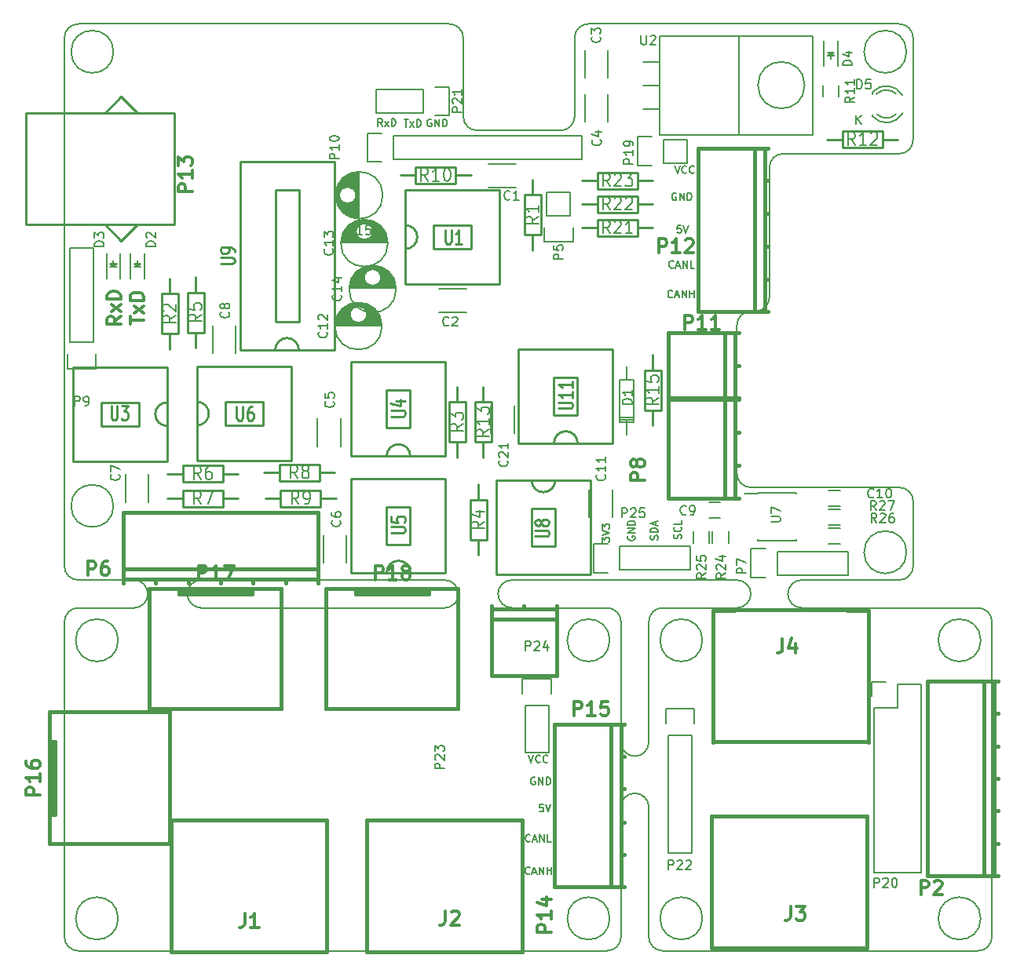
<source format=gto>
%TF.GenerationSoftware,KiCad,Pcbnew,(2015-06-12 BZR 5742)-product*%
%TF.CreationDate,2016-05-16T15:37:26+02:00*%
%TF.JobID,BPi-CAN,4250692D43414E2E6B696361645F7063,rev?*%
%TF.FileFunction,Legend,Top*%
%FSLAX46Y46*%
G04 Gerber Fmt 4.6, Leading zero omitted, Abs format (unit mm)*
G04 Created by KiCad (PCBNEW (2015-06-12 BZR 5742)-product) date Mon 16 May 2016 03:37:26 PM CEST*
%MOMM*%
G01*
G04 APERTURE LIST*
%ADD10C,0.100000*%
%ADD11C,0.200000*%
%ADD12C,0.300000*%
%ADD13C,0.150000*%
%ADD14C,0.254000*%
%ADD15C,0.381000*%
%ADD16C,0.304800*%
%ADD17C,0.203200*%
%ADD18C,0.285750*%
%ADD19C,0.287020*%
G04 APERTURE END LIST*
D10*
D11*
X150037933Y-118891105D02*
X150304600Y-119691105D01*
X150571267Y-118891105D01*
X151295076Y-119614914D02*
X151256981Y-119653010D01*
X151142695Y-119691105D01*
X151066505Y-119691105D01*
X150952219Y-119653010D01*
X150876028Y-119576819D01*
X150837933Y-119500629D01*
X150799838Y-119348248D01*
X150799838Y-119233962D01*
X150837933Y-119081581D01*
X150876028Y-119005390D01*
X150952219Y-118929200D01*
X151066505Y-118891105D01*
X151142695Y-118891105D01*
X151256981Y-118929200D01*
X151295076Y-118967295D01*
X152095076Y-119614914D02*
X152056981Y-119653010D01*
X151942695Y-119691105D01*
X151866505Y-119691105D01*
X151752219Y-119653010D01*
X151676028Y-119576819D01*
X151637933Y-119500629D01*
X151599838Y-119348248D01*
X151599838Y-119233962D01*
X151637933Y-119081581D01*
X151676028Y-119005390D01*
X151752219Y-118929200D01*
X151866505Y-118891105D01*
X151942695Y-118891105D01*
X152056981Y-118929200D01*
X152095076Y-118967295D01*
X150723677Y-121316800D02*
X150647486Y-121278705D01*
X150533201Y-121278705D01*
X150418915Y-121316800D01*
X150342724Y-121392990D01*
X150304629Y-121469181D01*
X150266534Y-121621562D01*
X150266534Y-121735848D01*
X150304629Y-121888229D01*
X150342724Y-121964419D01*
X150418915Y-122040610D01*
X150533201Y-122078705D01*
X150609391Y-122078705D01*
X150723677Y-122040610D01*
X150761772Y-122002514D01*
X150761772Y-121735848D01*
X150609391Y-121735848D01*
X151104629Y-122078705D02*
X151104629Y-121278705D01*
X151561772Y-122078705D01*
X151561772Y-121278705D01*
X151942724Y-122078705D02*
X151942724Y-121278705D01*
X152133200Y-121278705D01*
X152247486Y-121316800D01*
X152323677Y-121392990D01*
X152361772Y-121469181D01*
X152399867Y-121621562D01*
X152399867Y-121735848D01*
X152361772Y-121888229D01*
X152323677Y-121964419D01*
X152247486Y-122040610D01*
X152133200Y-122078705D01*
X151942724Y-122078705D01*
X151638020Y-124199705D02*
X151257067Y-124199705D01*
X151218972Y-124580657D01*
X151257067Y-124542562D01*
X151333258Y-124504467D01*
X151523734Y-124504467D01*
X151599924Y-124542562D01*
X151638020Y-124580657D01*
X151676115Y-124656848D01*
X151676115Y-124847324D01*
X151638020Y-124923514D01*
X151599924Y-124961610D01*
X151523734Y-124999705D01*
X151333258Y-124999705D01*
X151257067Y-124961610D01*
X151218972Y-124923514D01*
X151904686Y-124199705D02*
X152171353Y-124999705D01*
X152438020Y-124199705D01*
X150215705Y-128174714D02*
X150177610Y-128212810D01*
X150063324Y-128250905D01*
X149987134Y-128250905D01*
X149872848Y-128212810D01*
X149796657Y-128136619D01*
X149758562Y-128060429D01*
X149720467Y-127908048D01*
X149720467Y-127793762D01*
X149758562Y-127641381D01*
X149796657Y-127565190D01*
X149872848Y-127489000D01*
X149987134Y-127450905D01*
X150063324Y-127450905D01*
X150177610Y-127489000D01*
X150215705Y-127527095D01*
X150520467Y-128022333D02*
X150901419Y-128022333D01*
X150444276Y-128250905D02*
X150710943Y-127450905D01*
X150977610Y-128250905D01*
X151244276Y-128250905D02*
X151244276Y-127450905D01*
X151701419Y-128250905D01*
X151701419Y-127450905D01*
X152463324Y-128250905D02*
X152082371Y-128250905D01*
X152082371Y-127450905D01*
X150171267Y-131679914D02*
X150133172Y-131718010D01*
X150018886Y-131756105D01*
X149942696Y-131756105D01*
X149828410Y-131718010D01*
X149752219Y-131641819D01*
X149714124Y-131565629D01*
X149676029Y-131413248D01*
X149676029Y-131298962D01*
X149714124Y-131146581D01*
X149752219Y-131070390D01*
X149828410Y-130994200D01*
X149942696Y-130956105D01*
X150018886Y-130956105D01*
X150133172Y-130994200D01*
X150171267Y-131032295D01*
X150476029Y-131527533D02*
X150856981Y-131527533D01*
X150399838Y-131756105D02*
X150666505Y-130956105D01*
X150933172Y-131756105D01*
X151199838Y-131756105D02*
X151199838Y-130956105D01*
X151656981Y-131756105D01*
X151656981Y-130956105D01*
X152037933Y-131756105D02*
X152037933Y-130956105D01*
X152037933Y-131337057D02*
X152495076Y-131337057D01*
X152495076Y-131756105D02*
X152495076Y-130956105D01*
X157956305Y-95910276D02*
X157956305Y-95415038D01*
X158261067Y-95681705D01*
X158261067Y-95567419D01*
X158299162Y-95491229D01*
X158337257Y-95453133D01*
X158413448Y-95415038D01*
X158603924Y-95415038D01*
X158680114Y-95453133D01*
X158718210Y-95491229D01*
X158756305Y-95567419D01*
X158756305Y-95795991D01*
X158718210Y-95872181D01*
X158680114Y-95910276D01*
X157956305Y-95186467D02*
X158756305Y-94919800D01*
X157956305Y-94653133D01*
X157956305Y-94462657D02*
X157956305Y-93967419D01*
X158261067Y-94234086D01*
X158261067Y-94119800D01*
X158299162Y-94043610D01*
X158337257Y-94005514D01*
X158413448Y-93967419D01*
X158603924Y-93967419D01*
X158680114Y-94005514D01*
X158718210Y-94043610D01*
X158756305Y-94119800D01*
X158756305Y-94348372D01*
X158718210Y-94424562D01*
X158680114Y-94462657D01*
X166465210Y-95541981D02*
X166503305Y-95427695D01*
X166503305Y-95237219D01*
X166465210Y-95161029D01*
X166427114Y-95122933D01*
X166350924Y-95084838D01*
X166274733Y-95084838D01*
X166198543Y-95122933D01*
X166160448Y-95161029D01*
X166122352Y-95237219D01*
X166084257Y-95389600D01*
X166046162Y-95465791D01*
X166008067Y-95503886D01*
X165931876Y-95541981D01*
X165855686Y-95541981D01*
X165779495Y-95503886D01*
X165741400Y-95465791D01*
X165703305Y-95389600D01*
X165703305Y-95199124D01*
X165741400Y-95084838D01*
X166427114Y-94284838D02*
X166465210Y-94322933D01*
X166503305Y-94437219D01*
X166503305Y-94513409D01*
X166465210Y-94627695D01*
X166389019Y-94703886D01*
X166312829Y-94741981D01*
X166160448Y-94780076D01*
X166046162Y-94780076D01*
X165893781Y-94741981D01*
X165817590Y-94703886D01*
X165741400Y-94627695D01*
X165703305Y-94513409D01*
X165703305Y-94437219D01*
X165741400Y-94322933D01*
X165779495Y-94284838D01*
X166503305Y-93561028D02*
X166503305Y-93941981D01*
X165703305Y-93941981D01*
X163925210Y-95637228D02*
X163963305Y-95522942D01*
X163963305Y-95332466D01*
X163925210Y-95256276D01*
X163887114Y-95218180D01*
X163810924Y-95180085D01*
X163734733Y-95180085D01*
X163658543Y-95218180D01*
X163620448Y-95256276D01*
X163582352Y-95332466D01*
X163544257Y-95484847D01*
X163506162Y-95561038D01*
X163468067Y-95599133D01*
X163391876Y-95637228D01*
X163315686Y-95637228D01*
X163239495Y-95599133D01*
X163201400Y-95561038D01*
X163163305Y-95484847D01*
X163163305Y-95294371D01*
X163201400Y-95180085D01*
X163963305Y-94837228D02*
X163163305Y-94837228D01*
X163163305Y-94646752D01*
X163201400Y-94532466D01*
X163277590Y-94456275D01*
X163353781Y-94418180D01*
X163506162Y-94380085D01*
X163620448Y-94380085D01*
X163772829Y-94418180D01*
X163849019Y-94456275D01*
X163925210Y-94532466D01*
X163963305Y-94646752D01*
X163963305Y-94837228D01*
X163734733Y-94075323D02*
X163734733Y-93694371D01*
X163963305Y-94151514D02*
X163163305Y-93884847D01*
X163963305Y-93618180D01*
X160763000Y-95275323D02*
X160724905Y-95351514D01*
X160724905Y-95465799D01*
X160763000Y-95580085D01*
X160839190Y-95656276D01*
X160915381Y-95694371D01*
X161067762Y-95732466D01*
X161182048Y-95732466D01*
X161334429Y-95694371D01*
X161410619Y-95656276D01*
X161486810Y-95580085D01*
X161524905Y-95465799D01*
X161524905Y-95389609D01*
X161486810Y-95275323D01*
X161448714Y-95237228D01*
X161182048Y-95237228D01*
X161182048Y-95389609D01*
X161524905Y-94894371D02*
X160724905Y-94894371D01*
X161524905Y-94437228D01*
X160724905Y-94437228D01*
X161524905Y-94056276D02*
X160724905Y-94056276D01*
X160724905Y-93865800D01*
X160763000Y-93751514D01*
X160839190Y-93675323D01*
X160915381Y-93637228D01*
X161067762Y-93599133D01*
X161182048Y-93599133D01*
X161334429Y-93637228D01*
X161410619Y-93675323D01*
X161486810Y-93751514D01*
X161524905Y-93865800D01*
X161524905Y-94056276D01*
D12*
X107065071Y-72397714D02*
X107065071Y-71540571D01*
X108565071Y-71969142D02*
X107065071Y-71969142D01*
X108565071Y-71183428D02*
X107565071Y-70397714D01*
X107565071Y-71183428D02*
X108565071Y-70397714D01*
X108565071Y-69826285D02*
X107065071Y-69826285D01*
X107065071Y-69469142D01*
X107136500Y-69254857D01*
X107279357Y-69111999D01*
X107422214Y-69040571D01*
X107707929Y-68969142D01*
X107922214Y-68969142D01*
X108207929Y-69040571D01*
X108350786Y-69111999D01*
X108493643Y-69254857D01*
X108565071Y-69469142D01*
X108565071Y-69826285D01*
X106088571Y-71568357D02*
X105374286Y-72068357D01*
X106088571Y-72425500D02*
X104588571Y-72425500D01*
X104588571Y-71854072D01*
X104660000Y-71711214D01*
X104731429Y-71639786D01*
X104874286Y-71568357D01*
X105088571Y-71568357D01*
X105231429Y-71639786D01*
X105302857Y-71711214D01*
X105374286Y-71854072D01*
X105374286Y-72425500D01*
X106088571Y-71068357D02*
X105088571Y-70282643D01*
X105088571Y-71068357D02*
X106088571Y-70282643D01*
X106088571Y-69711214D02*
X104588571Y-69711214D01*
X104588571Y-69354071D01*
X104660000Y-69139786D01*
X104802857Y-68996928D01*
X104945714Y-68925500D01*
X105231429Y-68854071D01*
X105445714Y-68854071D01*
X105731429Y-68925500D01*
X105874286Y-68996928D01*
X106017143Y-69139786D01*
X106088571Y-69354071D01*
X106088571Y-69711214D01*
D11*
X165811333Y-55314905D02*
X166078000Y-56114905D01*
X166344667Y-55314905D01*
X167068476Y-56038714D02*
X167030381Y-56076810D01*
X166916095Y-56114905D01*
X166839905Y-56114905D01*
X166725619Y-56076810D01*
X166649428Y-56000619D01*
X166611333Y-55924429D01*
X166573238Y-55772048D01*
X166573238Y-55657762D01*
X166611333Y-55505381D01*
X166649428Y-55429190D01*
X166725619Y-55353000D01*
X166839905Y-55314905D01*
X166916095Y-55314905D01*
X167030381Y-55353000D01*
X167068476Y-55391095D01*
X167868476Y-56038714D02*
X167830381Y-56076810D01*
X167716095Y-56114905D01*
X167639905Y-56114905D01*
X167525619Y-56076810D01*
X167449428Y-56000619D01*
X167411333Y-55924429D01*
X167373238Y-55772048D01*
X167373238Y-55657762D01*
X167411333Y-55505381D01*
X167449428Y-55429190D01*
X167525619Y-55353000D01*
X167639905Y-55314905D01*
X167716095Y-55314905D01*
X167830381Y-55353000D01*
X167868476Y-55391095D01*
X165950977Y-58274000D02*
X165874786Y-58235905D01*
X165760501Y-58235905D01*
X165646215Y-58274000D01*
X165570024Y-58350190D01*
X165531929Y-58426381D01*
X165493834Y-58578762D01*
X165493834Y-58693048D01*
X165531929Y-58845429D01*
X165570024Y-58921619D01*
X165646215Y-58997810D01*
X165760501Y-59035905D01*
X165836691Y-59035905D01*
X165950977Y-58997810D01*
X165989072Y-58959714D01*
X165989072Y-58693048D01*
X165836691Y-58693048D01*
X166331929Y-59035905D02*
X166331929Y-58235905D01*
X166789072Y-59035905D01*
X166789072Y-58235905D01*
X167170024Y-59035905D02*
X167170024Y-58235905D01*
X167360500Y-58235905D01*
X167474786Y-58274000D01*
X167550977Y-58350190D01*
X167589072Y-58426381D01*
X167627167Y-58578762D01*
X167627167Y-58693048D01*
X167589072Y-58845429D01*
X167550977Y-58921619D01*
X167474786Y-58997810D01*
X167360500Y-59035905D01*
X167170024Y-59035905D01*
X166471620Y-61728405D02*
X166090667Y-61728405D01*
X166052572Y-62109357D01*
X166090667Y-62071262D01*
X166166858Y-62033167D01*
X166357334Y-62033167D01*
X166433524Y-62071262D01*
X166471620Y-62109357D01*
X166509715Y-62185548D01*
X166509715Y-62376024D01*
X166471620Y-62452214D01*
X166433524Y-62490310D01*
X166357334Y-62528405D01*
X166166858Y-62528405D01*
X166090667Y-62490310D01*
X166052572Y-62452214D01*
X166738286Y-61728405D02*
X167004953Y-62528405D01*
X167271620Y-61728405D01*
X165563667Y-69437214D02*
X165525572Y-69475310D01*
X165411286Y-69513405D01*
X165335096Y-69513405D01*
X165220810Y-69475310D01*
X165144619Y-69399119D01*
X165106524Y-69322929D01*
X165068429Y-69170548D01*
X165068429Y-69056262D01*
X165106524Y-68903881D01*
X165144619Y-68827690D01*
X165220810Y-68751500D01*
X165335096Y-68713405D01*
X165411286Y-68713405D01*
X165525572Y-68751500D01*
X165563667Y-68789595D01*
X165868429Y-69284833D02*
X166249381Y-69284833D01*
X165792238Y-69513405D02*
X166058905Y-68713405D01*
X166325572Y-69513405D01*
X166592238Y-69513405D02*
X166592238Y-68713405D01*
X167049381Y-69513405D01*
X167049381Y-68713405D01*
X167430333Y-69513405D02*
X167430333Y-68713405D01*
X167430333Y-69094357D02*
X167887476Y-69094357D01*
X167887476Y-69513405D02*
X167887476Y-68713405D01*
X165658905Y-66262214D02*
X165620810Y-66300310D01*
X165506524Y-66338405D01*
X165430334Y-66338405D01*
X165316048Y-66300310D01*
X165239857Y-66224119D01*
X165201762Y-66147929D01*
X165163667Y-65995548D01*
X165163667Y-65881262D01*
X165201762Y-65728881D01*
X165239857Y-65652690D01*
X165316048Y-65576500D01*
X165430334Y-65538405D01*
X165506524Y-65538405D01*
X165620810Y-65576500D01*
X165658905Y-65614595D01*
X165963667Y-66109833D02*
X166344619Y-66109833D01*
X165887476Y-66338405D02*
X166154143Y-65538405D01*
X166420810Y-66338405D01*
X166687476Y-66338405D02*
X166687476Y-65538405D01*
X167144619Y-66338405D01*
X167144619Y-65538405D01*
X167906524Y-66338405D02*
X167525571Y-66338405D01*
X167525571Y-65538405D01*
X139547677Y-50298400D02*
X139471486Y-50260305D01*
X139357201Y-50260305D01*
X139242915Y-50298400D01*
X139166724Y-50374590D01*
X139128629Y-50450781D01*
X139090534Y-50603162D01*
X139090534Y-50717448D01*
X139128629Y-50869829D01*
X139166724Y-50946019D01*
X139242915Y-51022210D01*
X139357201Y-51060305D01*
X139433391Y-51060305D01*
X139547677Y-51022210D01*
X139585772Y-50984114D01*
X139585772Y-50717448D01*
X139433391Y-50717448D01*
X139928629Y-51060305D02*
X139928629Y-50260305D01*
X140385772Y-51060305D01*
X140385772Y-50260305D01*
X140766724Y-51060305D02*
X140766724Y-50260305D01*
X140957200Y-50260305D01*
X141071486Y-50298400D01*
X141147677Y-50374590D01*
X141185772Y-50450781D01*
X141223867Y-50603162D01*
X141223867Y-50717448D01*
X141185772Y-50869829D01*
X141147677Y-50946019D01*
X141071486Y-51022210D01*
X140957200Y-51060305D01*
X140766724Y-51060305D01*
X134270810Y-51034905D02*
X134004143Y-50653952D01*
X133813667Y-51034905D02*
X133813667Y-50234905D01*
X134118429Y-50234905D01*
X134194620Y-50273000D01*
X134232715Y-50311095D01*
X134270810Y-50387286D01*
X134270810Y-50501571D01*
X134232715Y-50577762D01*
X134194620Y-50615857D01*
X134118429Y-50653952D01*
X133813667Y-50653952D01*
X134537477Y-51034905D02*
X134956524Y-50501571D01*
X134537477Y-50501571D02*
X134956524Y-51034905D01*
X135261286Y-51034905D02*
X135261286Y-50234905D01*
X135451762Y-50234905D01*
X135566048Y-50273000D01*
X135642239Y-50349190D01*
X135680334Y-50425381D01*
X135718429Y-50577762D01*
X135718429Y-50692048D01*
X135680334Y-50844429D01*
X135642239Y-50920619D01*
X135566048Y-50996810D01*
X135451762Y-51034905D01*
X135261286Y-51034905D01*
X136614019Y-50311105D02*
X137071162Y-50311105D01*
X136842591Y-51111105D02*
X136842591Y-50311105D01*
X137261639Y-51111105D02*
X137680686Y-50577771D01*
X137261639Y-50577771D02*
X137680686Y-51111105D01*
X137985448Y-51111105D02*
X137985448Y-50311105D01*
X138175924Y-50311105D01*
X138290210Y-50349200D01*
X138366401Y-50425390D01*
X138404496Y-50501581D01*
X138442591Y-50653962D01*
X138442591Y-50768248D01*
X138404496Y-50920629D01*
X138366401Y-50996819D01*
X138290210Y-51073010D01*
X138175924Y-51111105D01*
X137985448Y-51111105D01*
D13*
X148250000Y-100000000D02*
X172500000Y-100000000D01*
X141000000Y-100000000D02*
X114750000Y-100000000D01*
X114750000Y-103000000D02*
X141000000Y-103000000D01*
X142500000Y-101500000D02*
G75*
G03X141000000Y-100000000I-1500000J0D01*
G01*
X141000000Y-103000000D02*
G75*
G03X142500000Y-101500000I0J1500000D01*
G01*
X101500000Y-100000000D02*
X107500000Y-100000000D01*
X101500000Y-103000000D02*
X107500000Y-103000000D01*
X148250000Y-100000000D02*
G75*
G03X146750000Y-101500000I0J-1500000D01*
G01*
X148250000Y-103000000D02*
X158500000Y-103000000D01*
X146750000Y-101500000D02*
G75*
G03X148250000Y-103000000I1500000J0D01*
G01*
X174000000Y-90000000D02*
X190000000Y-90000000D01*
X177500000Y-54000000D02*
X190000000Y-54000000D01*
X176000000Y-55500000D02*
X176000000Y-69500000D01*
X172500000Y-88500000D02*
X172500000Y-72500000D01*
X174000000Y-71000000D02*
X174500000Y-71000000D01*
X174500000Y-71000000D02*
G75*
G03X176000000Y-69500000I0J1500000D01*
G01*
X174000000Y-71000000D02*
G75*
G03X172500000Y-72500000I0J-1500000D01*
G01*
X161500000Y-119000000D02*
G75*
G03X163000000Y-117500000I0J1500000D01*
G01*
X163000000Y-124500000D02*
G75*
G03X161500000Y-123000000I-1500000J0D01*
G01*
X163000000Y-124500000D02*
X163000000Y-138500000D01*
X163000000Y-104500000D02*
X163000000Y-117500000D01*
X160000000Y-124500000D02*
X160000000Y-138500000D01*
X160000000Y-104500000D02*
X160000000Y-117500000D01*
X161500000Y-123000000D02*
G75*
G03X160000000Y-124500000I0J-1500000D01*
G01*
X160000000Y-117500000D02*
G75*
G03X161500000Y-119000000I1500000J0D01*
G01*
X164500000Y-103000000D02*
X172500000Y-103000000D01*
X164500000Y-140000000D02*
X198500000Y-140000000D01*
X163000000Y-138500000D02*
G75*
G03X164500000Y-140000000I1500000J0D01*
G01*
X158500000Y-140000000D02*
G75*
G03X160000000Y-138500000I0J1500000D01*
G01*
X164500000Y-103000000D02*
G75*
G03X163000000Y-104500000I0J-1500000D01*
G01*
X160000000Y-104500000D02*
G75*
G03X158500000Y-103000000I-1500000J0D01*
G01*
X113250000Y-101500000D02*
G75*
G03X114750000Y-103000000I1500000J0D01*
G01*
X114750000Y-100000000D02*
G75*
G03X113250000Y-101500000I0J-1500000D01*
G01*
X174000000Y-101500000D02*
G75*
G03X172500000Y-100000000I-1500000J0D01*
G01*
X172500000Y-103000000D02*
G75*
G03X174000000Y-101500000I0J1500000D01*
G01*
X178000000Y-101500000D02*
G75*
G03X179500000Y-103000000I1500000J0D01*
G01*
X179500000Y-100000000D02*
G75*
G03X178000000Y-101500000I0J-1500000D01*
G01*
X190000000Y-100000000D02*
X179500000Y-100000000D01*
X198500000Y-103000000D02*
X179500000Y-103000000D01*
X107500000Y-103000000D02*
G75*
G03X109000000Y-101500000I0J1500000D01*
G01*
X109000000Y-101500000D02*
G75*
G03X107500000Y-100000000I-1500000J0D01*
G01*
X198500000Y-140000000D02*
G75*
G03X200000000Y-138500000I0J1500000D01*
G01*
X200000000Y-104500000D02*
G75*
G03X198500000Y-103000000I-1500000J0D01*
G01*
X101500000Y-103000000D02*
G75*
G03X100000000Y-104500000I0J-1500000D01*
G01*
X100000000Y-138500000D02*
G75*
G03X101500000Y-140000000I1500000J0D01*
G01*
X100000000Y-104500000D02*
X100000000Y-138500000D01*
X200000000Y-104500000D02*
X200000000Y-138500000D01*
X101500000Y-140000000D02*
X158500000Y-140000000D01*
X191500000Y-91500000D02*
G75*
G03X190000000Y-90000000I-1500000J0D01*
G01*
X172500000Y-88500000D02*
G75*
G03X174000000Y-90000000I1500000J0D01*
G01*
X177500000Y-54000000D02*
G75*
G03X176000000Y-55500000I0J-1500000D01*
G01*
X190000000Y-54000000D02*
G75*
G03X191500000Y-52500000I0J1500000D01*
G01*
X191500000Y-41500000D02*
X191500000Y-52500000D01*
X143000000Y-41500000D02*
G75*
G03X141500000Y-40000000I-1500000J0D01*
G01*
X156500000Y-40000000D02*
G75*
G03X155000000Y-41500000I0J-1500000D01*
G01*
X153500000Y-51500000D02*
G75*
G03X155000000Y-50000000I0J1500000D01*
G01*
X143000000Y-50000000D02*
G75*
G03X144500000Y-51500000I1500000J0D01*
G01*
X144500000Y-51500000D02*
X153500000Y-51500000D01*
X143000000Y-41500000D02*
X143000000Y-50000000D01*
X155000000Y-41500000D02*
X155000000Y-50000000D01*
X190000000Y-40000000D02*
X156500000Y-40000000D01*
X100000000Y-41500000D02*
X100000000Y-98500000D01*
X191500000Y-91500000D02*
X191500000Y-98500000D01*
X191500000Y-41500000D02*
G75*
G03X190000000Y-40000000I-1500000J0D01*
G01*
X190000000Y-100000000D02*
G75*
G03X191500000Y-98500000I0J1500000D01*
G01*
X100000000Y-98500000D02*
G75*
G03X101500000Y-100000000I1500000J0D01*
G01*
X101500000Y-40000000D02*
G75*
G03X100000000Y-41500000I0J-1500000D01*
G01*
X101500000Y-40000000D02*
X141500000Y-40000000D01*
D14*
X107873800Y-61620400D02*
X106121200Y-63373000D01*
X106121200Y-63373000D02*
X104368600Y-61620400D01*
X107873800Y-49580800D02*
X106121200Y-47828200D01*
X106121200Y-47828200D02*
X104368600Y-49580800D01*
X106121200Y-49580800D02*
X95808800Y-49580800D01*
X95808800Y-49580800D02*
X95808800Y-61620400D01*
X95808800Y-61620400D02*
X106121200Y-61620400D01*
X106121200Y-61620400D02*
X111836200Y-61620400D01*
X111836200Y-61620400D02*
X111836200Y-49580800D01*
X111836200Y-49580800D02*
X106121200Y-49580800D01*
X161798000Y-56896000D02*
X163449000Y-56896000D01*
X157480000Y-56896000D02*
X155829000Y-56896000D01*
X157480000Y-56007000D02*
X157480000Y-57785000D01*
X157480000Y-57785000D02*
X161798000Y-57785000D01*
X161798000Y-57785000D02*
X161798000Y-56007000D01*
X161798000Y-56007000D02*
X157480000Y-56007000D01*
D15*
X111518000Y-125878000D02*
X111518000Y-140102000D01*
X111518000Y-140102000D02*
X113804000Y-140102000D01*
X128282000Y-125878000D02*
X128282000Y-140102000D01*
X128282000Y-140102000D02*
X125996000Y-140102000D01*
X111645000Y-125905000D02*
X128155000Y-125905000D01*
X113804000Y-140129000D02*
X125996000Y-140129000D01*
D13*
X131707500Y-60982500D02*
X131707500Y-55984500D01*
X131567500Y-60974500D02*
X131567500Y-55992500D01*
X131427500Y-60958500D02*
X131427500Y-58578500D01*
X131427500Y-58388500D02*
X131427500Y-56008500D01*
X131287500Y-60934500D02*
X131287500Y-58973500D01*
X131287500Y-57993500D02*
X131287500Y-56032500D01*
X131147500Y-60901500D02*
X131147500Y-59140500D01*
X131147500Y-57826500D02*
X131147500Y-56065500D01*
X131007500Y-60860500D02*
X131007500Y-59247500D01*
X131007500Y-57719500D02*
X131007500Y-56106500D01*
X130867500Y-60810500D02*
X130867500Y-59318500D01*
X130867500Y-57648500D02*
X130867500Y-56156500D01*
X130727500Y-60749500D02*
X130727500Y-59362500D01*
X130727500Y-57604500D02*
X130727500Y-56217500D01*
X130587500Y-60679500D02*
X130587500Y-59381500D01*
X130587500Y-57585500D02*
X130587500Y-56287500D01*
X130447500Y-60597500D02*
X130447500Y-59379500D01*
X130447500Y-57587500D02*
X130447500Y-56369500D01*
X130307500Y-60502500D02*
X130307500Y-59354500D01*
X130307500Y-57612500D02*
X130307500Y-56464500D01*
X130167500Y-60391500D02*
X130167500Y-59306500D01*
X130167500Y-57660500D02*
X130167500Y-56575500D01*
X130027500Y-60263500D02*
X130027500Y-59228500D01*
X130027500Y-57738500D02*
X130027500Y-56703500D01*
X129887500Y-60114500D02*
X129887500Y-59111500D01*
X129887500Y-57855500D02*
X129887500Y-56852500D01*
X129747500Y-59935500D02*
X129747500Y-58923500D01*
X129747500Y-58043500D02*
X129747500Y-57031500D01*
X129607500Y-59716500D02*
X129607500Y-57250500D01*
X129467500Y-59427500D02*
X129467500Y-57539500D01*
X129327500Y-58955500D02*
X129327500Y-58011500D01*
X131432500Y-58483500D02*
G75*
G03X131432500Y-58483500I-900000J0D01*
G01*
X134320000Y-58483500D02*
G75*
G03X134320000Y-58483500I-2537500J0D01*
G01*
X129835000Y-63572000D02*
X134833000Y-63572000D01*
X129843000Y-63432000D02*
X134825000Y-63432000D01*
X129859000Y-63292000D02*
X132239000Y-63292000D01*
X132429000Y-63292000D02*
X134809000Y-63292000D01*
X129883000Y-63152000D02*
X131844000Y-63152000D01*
X132824000Y-63152000D02*
X134785000Y-63152000D01*
X129916000Y-63012000D02*
X131677000Y-63012000D01*
X132991000Y-63012000D02*
X134752000Y-63012000D01*
X129957000Y-62872000D02*
X131570000Y-62872000D01*
X133098000Y-62872000D02*
X134711000Y-62872000D01*
X130007000Y-62732000D02*
X131499000Y-62732000D01*
X133169000Y-62732000D02*
X134661000Y-62732000D01*
X130068000Y-62592000D02*
X131455000Y-62592000D01*
X133213000Y-62592000D02*
X134600000Y-62592000D01*
X130138000Y-62452000D02*
X131436000Y-62452000D01*
X133232000Y-62452000D02*
X134530000Y-62452000D01*
X130220000Y-62312000D02*
X131438000Y-62312000D01*
X133230000Y-62312000D02*
X134448000Y-62312000D01*
X130315000Y-62172000D02*
X131463000Y-62172000D01*
X133205000Y-62172000D02*
X134353000Y-62172000D01*
X130426000Y-62032000D02*
X131511000Y-62032000D01*
X133157000Y-62032000D02*
X134242000Y-62032000D01*
X130554000Y-61892000D02*
X131589000Y-61892000D01*
X133079000Y-61892000D02*
X134114000Y-61892000D01*
X130703000Y-61752000D02*
X131706000Y-61752000D01*
X132962000Y-61752000D02*
X133965000Y-61752000D01*
X130882000Y-61612000D02*
X131894000Y-61612000D01*
X132774000Y-61612000D02*
X133786000Y-61612000D01*
X131101000Y-61472000D02*
X133567000Y-61472000D01*
X131390000Y-61332000D02*
X133278000Y-61332000D01*
X131862000Y-61192000D02*
X132806000Y-61192000D01*
X133234000Y-62397000D02*
G75*
G03X133234000Y-62397000I-900000J0D01*
G01*
X134871500Y-63647000D02*
G75*
G03X134871500Y-63647000I-2537500J0D01*
G01*
X130724000Y-68525000D02*
X135722000Y-68525000D01*
X130732000Y-68385000D02*
X135714000Y-68385000D01*
X130748000Y-68245000D02*
X133128000Y-68245000D01*
X133318000Y-68245000D02*
X135698000Y-68245000D01*
X130772000Y-68105000D02*
X132733000Y-68105000D01*
X133713000Y-68105000D02*
X135674000Y-68105000D01*
X130805000Y-67965000D02*
X132566000Y-67965000D01*
X133880000Y-67965000D02*
X135641000Y-67965000D01*
X130846000Y-67825000D02*
X132459000Y-67825000D01*
X133987000Y-67825000D02*
X135600000Y-67825000D01*
X130896000Y-67685000D02*
X132388000Y-67685000D01*
X134058000Y-67685000D02*
X135550000Y-67685000D01*
X130957000Y-67545000D02*
X132344000Y-67545000D01*
X134102000Y-67545000D02*
X135489000Y-67545000D01*
X131027000Y-67405000D02*
X132325000Y-67405000D01*
X134121000Y-67405000D02*
X135419000Y-67405000D01*
X131109000Y-67265000D02*
X132327000Y-67265000D01*
X134119000Y-67265000D02*
X135337000Y-67265000D01*
X131204000Y-67125000D02*
X132352000Y-67125000D01*
X134094000Y-67125000D02*
X135242000Y-67125000D01*
X131315000Y-66985000D02*
X132400000Y-66985000D01*
X134046000Y-66985000D02*
X135131000Y-66985000D01*
X131443000Y-66845000D02*
X132478000Y-66845000D01*
X133968000Y-66845000D02*
X135003000Y-66845000D01*
X131592000Y-66705000D02*
X132595000Y-66705000D01*
X133851000Y-66705000D02*
X134854000Y-66705000D01*
X131771000Y-66565000D02*
X132783000Y-66565000D01*
X133663000Y-66565000D02*
X134675000Y-66565000D01*
X131990000Y-66425000D02*
X134456000Y-66425000D01*
X132279000Y-66285000D02*
X134167000Y-66285000D01*
X132751000Y-66145000D02*
X133695000Y-66145000D01*
X134123000Y-67350000D02*
G75*
G03X134123000Y-67350000I-900000J0D01*
G01*
X135760500Y-68600000D02*
G75*
G03X135760500Y-68600000I-2537500J0D01*
G01*
X160652460Y-78358480D02*
X160652460Y-76961480D01*
X160652460Y-82803480D02*
X160652460Y-84327480D01*
X159890460Y-82422480D02*
X161414460Y-82422480D01*
X159890460Y-82676480D02*
X161414460Y-82676480D01*
X160652460Y-82930480D02*
X161414460Y-82930480D01*
X161414460Y-82930480D02*
X161414460Y-78358480D01*
X161414460Y-78358480D02*
X159890460Y-78358480D01*
X159890460Y-78358480D02*
X159890460Y-82930480D01*
X159890460Y-82930480D02*
X160652460Y-82930480D01*
X198786000Y-136500000D02*
G75*
G03X198786000Y-136500000I-2286000J0D01*
G01*
X198786000Y-106500000D02*
G75*
G03X198786000Y-106500000I-2286000J0D01*
G01*
X168786000Y-106500000D02*
G75*
G03X168786000Y-106500000I-2286000J0D01*
G01*
X168786000Y-136500000D02*
G75*
G03X168786000Y-136500000I-2286000J0D01*
G01*
X158786000Y-136500000D02*
G75*
G03X158786000Y-136500000I-2286000J0D01*
G01*
X158786000Y-106500000D02*
G75*
G03X158786000Y-106500000I-2286000J0D01*
G01*
X105786000Y-106500000D02*
G75*
G03X105786000Y-106500000I-2286000J0D01*
G01*
X105786000Y-136500000D02*
G75*
G03X105786000Y-136500000I-2286000J0D01*
G01*
X105286000Y-92000000D02*
G75*
G03X105286000Y-92000000I-2286000J0D01*
G01*
X145713000Y-55138000D02*
X148713000Y-55138000D01*
X148713000Y-57638000D02*
X145713000Y-57638000D01*
X143379000Y-71100000D02*
X140379000Y-71100000D01*
X140379000Y-68600000D02*
X143379000Y-68600000D01*
X152019000Y-60706000D02*
X152019000Y-58166000D01*
X151739000Y-63526000D02*
X151739000Y-61976000D01*
X152019000Y-60706000D02*
X154559000Y-60706000D01*
X154839000Y-61976000D02*
X154839000Y-63526000D01*
X154839000Y-63526000D02*
X151739000Y-63526000D01*
X154559000Y-60706000D02*
X154559000Y-58166000D01*
X154559000Y-58166000D02*
X152019000Y-58166000D01*
X190786000Y-43000000D02*
G75*
G03X190786000Y-43000000I-2286000J0D01*
G01*
X190786000Y-97000000D02*
G75*
G03X190786000Y-97000000I-2286000J0D01*
G01*
X105286000Y-43000000D02*
G75*
G03X105286000Y-43000000I-2286000J0D01*
G01*
X158603000Y-42803000D02*
X158603000Y-45803000D01*
X156103000Y-45803000D02*
X156103000Y-42803000D01*
X156103000Y-50542000D02*
X156103000Y-47542000D01*
X158603000Y-47542000D02*
X158603000Y-50542000D01*
X129799400Y-82554000D02*
X129799400Y-85554000D01*
X127299400Y-85554000D02*
X127299400Y-82554000D01*
X130409000Y-95127000D02*
X130409000Y-98127000D01*
X127909000Y-98127000D02*
X127909000Y-95127000D01*
X109073000Y-88586500D02*
X109073000Y-91586500D01*
X106573000Y-91586500D02*
X106573000Y-88586500D01*
X115971000Y-75561000D02*
X115971000Y-72561000D01*
X118471000Y-72561000D02*
X118471000Y-75561000D01*
X159085600Y-90224800D02*
X159085600Y-93224800D01*
X156585600Y-93224800D02*
X156585600Y-90224800D01*
X174734400Y-90566800D02*
X174734400Y-90711800D01*
X178884400Y-90566800D02*
X178884400Y-90711800D01*
X178884400Y-95716800D02*
X178884400Y-95571800D01*
X174734400Y-95716800D02*
X174734400Y-95571800D01*
X174734400Y-90566800D02*
X178884400Y-90566800D01*
X174734400Y-95716800D02*
X178884400Y-95716800D01*
X174734400Y-90711800D02*
X173334400Y-90711800D01*
X103404000Y-75628500D02*
X103404000Y-77178500D01*
X103404000Y-77178500D02*
X100304000Y-77178500D01*
X100304000Y-77178500D02*
X100304000Y-75628500D01*
X100584000Y-74358500D02*
X100584000Y-64198500D01*
X100584000Y-64198500D02*
X103124000Y-64198500D01*
X103124000Y-64198500D02*
X103124000Y-74358500D01*
X100584000Y-74358500D02*
X103124000Y-74358500D01*
D14*
X144653000Y-91313000D02*
X144653000Y-89662000D01*
X144653000Y-95631000D02*
X144653000Y-97282000D01*
X143764000Y-95631000D02*
X145542000Y-95631000D01*
X145542000Y-95631000D02*
X145542000Y-91313000D01*
X145542000Y-91313000D02*
X143764000Y-91313000D01*
X143764000Y-91313000D02*
X143764000Y-95631000D01*
X142367000Y-80772000D02*
X142367000Y-79121000D01*
X142367000Y-85090000D02*
X142367000Y-86741000D01*
X141478000Y-85090000D02*
X143256000Y-85090000D01*
X143256000Y-85090000D02*
X143256000Y-80772000D01*
X143256000Y-80772000D02*
X141478000Y-80772000D01*
X141478000Y-80772000D02*
X141478000Y-85090000D01*
X145161000Y-85090000D02*
X145161000Y-86741000D01*
X145161000Y-80772000D02*
X145161000Y-79121000D01*
X146050000Y-80772000D02*
X144272000Y-80772000D01*
X144272000Y-80772000D02*
X144272000Y-85090000D01*
X144272000Y-85090000D02*
X146050000Y-85090000D01*
X146050000Y-85090000D02*
X146050000Y-80772000D01*
X127635000Y-91186000D02*
X129286000Y-91186000D01*
X123317000Y-91186000D02*
X121666000Y-91186000D01*
X123317000Y-90297000D02*
X123317000Y-92075000D01*
X123317000Y-92075000D02*
X127635000Y-92075000D01*
X127635000Y-92075000D02*
X127635000Y-90297000D01*
X127635000Y-90297000D02*
X123317000Y-90297000D01*
X117094000Y-88519000D02*
X118745000Y-88519000D01*
X112776000Y-88519000D02*
X111125000Y-88519000D01*
X112776000Y-87630000D02*
X112776000Y-89408000D01*
X112776000Y-89408000D02*
X117094000Y-89408000D01*
X117094000Y-89408000D02*
X117094000Y-87630000D01*
X117094000Y-87630000D02*
X112776000Y-87630000D01*
X127508000Y-88392000D02*
X129159000Y-88392000D01*
X123190000Y-88392000D02*
X121539000Y-88392000D01*
X123190000Y-87503000D02*
X123190000Y-89281000D01*
X123190000Y-89281000D02*
X127508000Y-89281000D01*
X127508000Y-89281000D02*
X127508000Y-87503000D01*
X127508000Y-87503000D02*
X123190000Y-87503000D01*
X112776000Y-91186000D02*
X111125000Y-91186000D01*
X117094000Y-91186000D02*
X118745000Y-91186000D01*
X117094000Y-92075000D02*
X117094000Y-90297000D01*
X117094000Y-90297000D02*
X112776000Y-90297000D01*
X112776000Y-90297000D02*
X112776000Y-92075000D01*
X112776000Y-92075000D02*
X117094000Y-92075000D01*
X111379000Y-69088000D02*
X111379000Y-67437000D01*
X111379000Y-73406000D02*
X111379000Y-75057000D01*
X110490000Y-73406000D02*
X112268000Y-73406000D01*
X112268000Y-73406000D02*
X112268000Y-69088000D01*
X112268000Y-69088000D02*
X110490000Y-69088000D01*
X110490000Y-69088000D02*
X110490000Y-73406000D01*
X114173000Y-68961000D02*
X114173000Y-67310000D01*
X114173000Y-73279000D02*
X114173000Y-74930000D01*
X113284000Y-73279000D02*
X115062000Y-73279000D01*
X115062000Y-73279000D02*
X115062000Y-68961000D01*
X115062000Y-68961000D02*
X113284000Y-68961000D01*
X113284000Y-68961000D02*
X113284000Y-73279000D01*
X163449000Y-81661000D02*
X163449000Y-83312000D01*
X163449000Y-77343000D02*
X163449000Y-75692000D01*
X164338000Y-77343000D02*
X162560000Y-77343000D01*
X162560000Y-77343000D02*
X162560000Y-81661000D01*
X162560000Y-81661000D02*
X164338000Y-81661000D01*
X164338000Y-81661000D02*
X164338000Y-77343000D01*
D15*
X123840000Y-99920000D02*
X123840000Y-100320000D01*
X120340000Y-99920000D02*
X120340000Y-100320000D01*
X109840000Y-99920000D02*
X109840000Y-100320000D01*
X113340000Y-99920000D02*
X113340000Y-100320000D01*
X116840000Y-99920000D02*
X116840000Y-100320000D01*
X106340000Y-98820000D02*
X127340000Y-98820000D01*
X106340000Y-99920000D02*
X127340000Y-99920000D01*
X106340000Y-92720000D02*
X106340000Y-100320000D01*
X127340000Y-100320000D02*
X127340000Y-92720000D01*
X127340000Y-92720000D02*
X106340000Y-92720000D01*
X149542500Y-103153000D02*
X149542500Y-102753000D01*
X153042500Y-104253000D02*
X146042500Y-104253000D01*
X153042500Y-103153000D02*
X146042500Y-103153000D01*
X153042500Y-110353000D02*
X153042500Y-102753000D01*
X146042500Y-102753000D02*
X146042500Y-110353000D01*
X146042500Y-110353000D02*
X153042500Y-110353000D01*
X175485000Y-56930000D02*
X175885000Y-56930000D01*
X175485000Y-60430000D02*
X175885000Y-60430000D01*
X175485000Y-67530000D02*
X175885000Y-67530000D01*
X175485000Y-64030000D02*
X175885000Y-64030000D01*
X174385000Y-71030000D02*
X174385000Y-53430000D01*
X175485000Y-71030000D02*
X175485000Y-53430000D01*
X168285000Y-71030000D02*
X175885000Y-71030000D01*
X175885000Y-53430000D02*
X168285000Y-53430000D01*
X168285000Y-53430000D02*
X168285000Y-71030000D01*
X159991000Y-119033000D02*
X160391000Y-119033000D01*
X159991000Y-122533000D02*
X160391000Y-122533000D01*
X159991000Y-129633000D02*
X160391000Y-129633000D01*
X159991000Y-126133000D02*
X160391000Y-126133000D01*
X158891000Y-133133000D02*
X158891000Y-115533000D01*
X159991000Y-133133000D02*
X159991000Y-115533000D01*
X152791000Y-133133000D02*
X160391000Y-133133000D01*
X160391000Y-115533000D02*
X152791000Y-115533000D01*
X152791000Y-115533000D02*
X152791000Y-133133000D01*
D13*
X164592000Y-52451000D02*
X167132000Y-52451000D01*
X161772000Y-52171000D02*
X163322000Y-52171000D01*
X164592000Y-52451000D02*
X164592000Y-54991000D01*
X163322000Y-55271000D02*
X161772000Y-55271000D01*
X161772000Y-55271000D02*
X161772000Y-52171000D01*
X164592000Y-54991000D02*
X167132000Y-54991000D01*
X167132000Y-54991000D02*
X167132000Y-52451000D01*
D14*
X150495000Y-58420000D02*
X150495000Y-56769000D01*
X150495000Y-62738000D02*
X150495000Y-64389000D01*
X149606000Y-62738000D02*
X151384000Y-62738000D01*
X151384000Y-62738000D02*
X151384000Y-58420000D01*
X151384000Y-58420000D02*
X149606000Y-58420000D01*
X149606000Y-58420000D02*
X149606000Y-62738000D01*
X161798000Y-61976000D02*
X163449000Y-61976000D01*
X157480000Y-61976000D02*
X155829000Y-61976000D01*
X157480000Y-61087000D02*
X157480000Y-62865000D01*
X157480000Y-62865000D02*
X161798000Y-62865000D01*
X161798000Y-62865000D02*
X161798000Y-61087000D01*
X161798000Y-61087000D02*
X157480000Y-61087000D01*
X161798000Y-59436000D02*
X163449000Y-59436000D01*
X157480000Y-59436000D02*
X155829000Y-59436000D01*
X157480000Y-58547000D02*
X157480000Y-60325000D01*
X157480000Y-60325000D02*
X161798000Y-60325000D01*
X161798000Y-60325000D02*
X161798000Y-58547000D01*
X161798000Y-58547000D02*
X157480000Y-58547000D01*
D15*
X200250000Y-114412000D02*
X200650000Y-114412000D01*
X200250000Y-117912000D02*
X200650000Y-117912000D01*
X200250000Y-128412000D02*
X200650000Y-128412000D01*
X200250000Y-124912000D02*
X200650000Y-124912000D01*
X200250000Y-121412000D02*
X200650000Y-121412000D01*
X199150000Y-131912000D02*
X199150000Y-110912000D01*
X200250000Y-131912000D02*
X200250000Y-110912000D01*
X193050000Y-131912000D02*
X200650000Y-131912000D01*
X200650000Y-110912000D02*
X193050000Y-110912000D01*
X193050000Y-110912000D02*
X193050000Y-131912000D01*
D13*
X138665800Y-47056200D02*
X133585800Y-47056200D01*
X133585800Y-47056200D02*
X133585800Y-49596200D01*
X133585800Y-49596200D02*
X138665800Y-49596200D01*
X141485800Y-49876200D02*
X139935800Y-49876200D01*
X138665800Y-49596200D02*
X138665800Y-47056200D01*
X139935800Y-46776200D02*
X141485800Y-46776200D01*
X141485800Y-46776200D02*
X141485800Y-49876200D01*
D15*
X186690000Y-117475000D02*
X186690000Y-103251000D01*
X186690000Y-103251000D02*
X184404000Y-103251000D01*
X169926000Y-117475000D02*
X169926000Y-103251000D01*
X169926000Y-103251000D02*
X172212000Y-103251000D01*
X186563000Y-117448000D02*
X170053000Y-117448000D01*
X184404000Y-103224000D02*
X172212000Y-103224000D01*
X169799000Y-125476000D02*
X169799000Y-139700000D01*
X169799000Y-139700000D02*
X172085000Y-139700000D01*
X186563000Y-125476000D02*
X186563000Y-139700000D01*
X186563000Y-139700000D02*
X184277000Y-139700000D01*
X169926000Y-125503000D02*
X186436000Y-125503000D01*
X172085000Y-139727000D02*
X184277000Y-139727000D01*
X132618000Y-125878000D02*
X132618000Y-140102000D01*
X132618000Y-140102000D02*
X134904000Y-140102000D01*
X149382000Y-125878000D02*
X149382000Y-140102000D01*
X149382000Y-140102000D02*
X147096000Y-140102000D01*
X132745000Y-125905000D02*
X149255000Y-125905000D01*
X134904000Y-140129000D02*
X147096000Y-140129000D01*
D13*
X192405000Y-131572000D02*
X192405000Y-111252000D01*
X187325000Y-113792000D02*
X187325000Y-131572000D01*
X192405000Y-131572000D02*
X187325000Y-131572000D01*
X192405000Y-111252000D02*
X189865000Y-111252000D01*
X188595000Y-110972000D02*
X187045000Y-110972000D01*
X189865000Y-111252000D02*
X189865000Y-113792000D01*
X189865000Y-113792000D02*
X187325000Y-113792000D01*
X187045000Y-110972000D02*
X187045000Y-112522000D01*
X167640000Y-116713000D02*
X167640000Y-129413000D01*
X167640000Y-129413000D02*
X165100000Y-129413000D01*
X165100000Y-129413000D02*
X165100000Y-116713000D01*
X167920000Y-113893000D02*
X167920000Y-115443000D01*
X167640000Y-116713000D02*
X165100000Y-116713000D01*
X164820000Y-115443000D02*
X164820000Y-113893000D01*
X164820000Y-113893000D02*
X167920000Y-113893000D01*
X179806472Y-46609000D02*
G75*
G03X179806472Y-46609000I-2514472J0D01*
G01*
X164211000Y-44069000D02*
X162433000Y-44069000D01*
X164211000Y-46609000D02*
X162433000Y-46609000D01*
X164211000Y-49149000D02*
X162433000Y-49149000D01*
X172720000Y-51943000D02*
X180721000Y-51943000D01*
X180721000Y-51943000D02*
X180721000Y-41275000D01*
X180721000Y-41275000D02*
X172720000Y-41275000D01*
X164211000Y-51943000D02*
X172720000Y-51943000D01*
X172720000Y-51943000D02*
X172720000Y-41275000D01*
X172720000Y-41275000D02*
X164211000Y-41275000D01*
X164211000Y-46609000D02*
X164211000Y-41275000D01*
X164211000Y-46609000D02*
X164211000Y-51943000D01*
X176847500Y-99441000D02*
X184467500Y-99441000D01*
X176847500Y-96901000D02*
X184467500Y-96901000D01*
X174027500Y-96621000D02*
X175577500Y-96621000D01*
X184467500Y-99441000D02*
X184467500Y-96901000D01*
X176847500Y-96901000D02*
X176847500Y-99441000D01*
X175577500Y-99721000D02*
X174027500Y-99721000D01*
X174027500Y-99721000D02*
X174027500Y-96621000D01*
D15*
X172310000Y-87652000D02*
X172710000Y-87652000D01*
X172310000Y-84052000D02*
X172710000Y-84052000D01*
X171210000Y-91152000D02*
X171210000Y-80552000D01*
X172310000Y-91152000D02*
X172310000Y-80552000D01*
X165110000Y-91152000D02*
X172710000Y-91152000D01*
X172710000Y-80552000D02*
X165110000Y-80552000D01*
X165110000Y-80552000D02*
X165110000Y-91152000D01*
X172310000Y-76835000D02*
X172710000Y-76835000D01*
X171210000Y-80335000D02*
X171210000Y-73335000D01*
X172310000Y-80335000D02*
X172310000Y-73335000D01*
X165110000Y-80335000D02*
X172710000Y-80335000D01*
X172710000Y-73335000D02*
X165110000Y-73335000D01*
X165110000Y-73335000D02*
X165110000Y-80335000D01*
D13*
X146006500Y-84197000D02*
X146006500Y-81197000D01*
X148506500Y-81197000D02*
X148506500Y-84197000D01*
X135509000Y-52070000D02*
X155829000Y-52070000D01*
X155829000Y-52070000D02*
X155829000Y-54610000D01*
X155829000Y-54610000D02*
X135509000Y-54610000D01*
X132689000Y-51790000D02*
X134239000Y-51790000D01*
X135509000Y-52070000D02*
X135509000Y-54610000D01*
X134239000Y-54890000D02*
X132689000Y-54890000D01*
X132689000Y-54890000D02*
X132689000Y-51790000D01*
D14*
X137858500Y-56324500D02*
X136207500Y-56324500D01*
X142176500Y-56324500D02*
X143827500Y-56324500D01*
X142176500Y-57213500D02*
X142176500Y-55435500D01*
X142176500Y-55435500D02*
X137858500Y-55435500D01*
X137858500Y-55435500D02*
X137858500Y-57213500D01*
X137858500Y-57213500D02*
X142176500Y-57213500D01*
D13*
X149656800Y-113512600D02*
X149656800Y-118592600D01*
X149656800Y-118592600D02*
X152196800Y-118592600D01*
X152196800Y-118592600D02*
X152196800Y-113512600D01*
X152476800Y-110692600D02*
X152476800Y-112242600D01*
X152196800Y-113512600D02*
X149656800Y-113512600D01*
X149376800Y-112242600D02*
X149376800Y-110692600D01*
X149376800Y-110692600D02*
X152476800Y-110692600D01*
X187126000Y-49955000D02*
X187126000Y-49755000D01*
X187126000Y-47361000D02*
X187126000Y-47541000D01*
X190353744Y-47671357D02*
G75*
G03X187126000Y-47355000I-1727744J-1003643D01*
G01*
X189678006Y-47541932D02*
G75*
G03X187575000Y-47541000I-1052006J-1133068D01*
G01*
X187138780Y-49981726D02*
G75*
G03X190376000Y-49635000I1497220J1306726D01*
G01*
X187612111Y-49754253D02*
G75*
G03X189660000Y-49735000I1013889J1079253D01*
G01*
D14*
X183896000Y-52451000D02*
X182245000Y-52451000D01*
X188214000Y-52451000D02*
X189865000Y-52451000D01*
X188214000Y-53340000D02*
X188214000Y-51562000D01*
X188214000Y-51562000D02*
X183896000Y-51562000D01*
X183896000Y-51562000D02*
X183896000Y-53340000D01*
X183896000Y-53340000D02*
X188214000Y-53340000D01*
D13*
X129200000Y-72525500D02*
X134198000Y-72525500D01*
X129208000Y-72385500D02*
X134190000Y-72385500D01*
X129224000Y-72245500D02*
X131604000Y-72245500D01*
X131794000Y-72245500D02*
X134174000Y-72245500D01*
X129248000Y-72105500D02*
X131209000Y-72105500D01*
X132189000Y-72105500D02*
X134150000Y-72105500D01*
X129281000Y-71965500D02*
X131042000Y-71965500D01*
X132356000Y-71965500D02*
X134117000Y-71965500D01*
X129322000Y-71825500D02*
X130935000Y-71825500D01*
X132463000Y-71825500D02*
X134076000Y-71825500D01*
X129372000Y-71685500D02*
X130864000Y-71685500D01*
X132534000Y-71685500D02*
X134026000Y-71685500D01*
X129433000Y-71545500D02*
X130820000Y-71545500D01*
X132578000Y-71545500D02*
X133965000Y-71545500D01*
X129503000Y-71405500D02*
X130801000Y-71405500D01*
X132597000Y-71405500D02*
X133895000Y-71405500D01*
X129585000Y-71265500D02*
X130803000Y-71265500D01*
X132595000Y-71265500D02*
X133813000Y-71265500D01*
X129680000Y-71125500D02*
X130828000Y-71125500D01*
X132570000Y-71125500D02*
X133718000Y-71125500D01*
X129791000Y-70985500D02*
X130876000Y-70985500D01*
X132522000Y-70985500D02*
X133607000Y-70985500D01*
X129919000Y-70845500D02*
X130954000Y-70845500D01*
X132444000Y-70845500D02*
X133479000Y-70845500D01*
X130068000Y-70705500D02*
X131071000Y-70705500D01*
X132327000Y-70705500D02*
X133330000Y-70705500D01*
X130247000Y-70565500D02*
X131259000Y-70565500D01*
X132139000Y-70565500D02*
X133151000Y-70565500D01*
X130466000Y-70425500D02*
X132932000Y-70425500D01*
X130755000Y-70285500D02*
X132643000Y-70285500D01*
X131227000Y-70145500D02*
X132171000Y-70145500D01*
X132599000Y-71350500D02*
G75*
G03X132599000Y-71350500I-900000J0D01*
G01*
X134236500Y-72600500D02*
G75*
G03X134236500Y-72600500I-2537500J0D01*
G01*
X181876000Y-41834000D02*
X181876000Y-44534000D01*
X183376000Y-41834000D02*
X183376000Y-44534000D01*
X182476000Y-43334000D02*
X182726000Y-43334000D01*
X182726000Y-43334000D02*
X182576000Y-43184000D01*
X182976000Y-43084000D02*
X182276000Y-43084000D01*
X182626000Y-43434000D02*
X182626000Y-43784000D01*
X182626000Y-43084000D02*
X182976000Y-43434000D01*
X182976000Y-43434000D02*
X182276000Y-43434000D01*
X182276000Y-43434000D02*
X182626000Y-43084000D01*
X108636500Y-67449500D02*
X108636500Y-64749500D01*
X107136500Y-67449500D02*
X107136500Y-64749500D01*
X108036500Y-65949500D02*
X107786500Y-65949500D01*
X107786500Y-65949500D02*
X107936500Y-66099500D01*
X107536500Y-66199500D02*
X108236500Y-66199500D01*
X107886500Y-65849500D02*
X107886500Y-65499500D01*
X107886500Y-66199500D02*
X107536500Y-65849500D01*
X107536500Y-65849500D02*
X108236500Y-65849500D01*
X108236500Y-65849500D02*
X107886500Y-66199500D01*
X106033000Y-67449500D02*
X106033000Y-64749500D01*
X104533000Y-67449500D02*
X104533000Y-64749500D01*
X105433000Y-65949500D02*
X105183000Y-65949500D01*
X105183000Y-65949500D02*
X105333000Y-66099500D01*
X104933000Y-66199500D02*
X105633000Y-66199500D01*
X105283000Y-65849500D02*
X105283000Y-65499500D01*
X105283000Y-66199500D02*
X104933000Y-65849500D01*
X104933000Y-65849500D02*
X105633000Y-65849500D01*
X105633000Y-65849500D02*
X105283000Y-66199500D01*
X183607000Y-92061000D02*
X182407000Y-92061000D01*
X182407000Y-90311000D02*
X183607000Y-90311000D01*
X183607000Y-94093000D02*
X182407000Y-94093000D01*
X182407000Y-92343000D02*
X183607000Y-92343000D01*
X183607000Y-96125000D02*
X182407000Y-96125000D01*
X182407000Y-94375000D02*
X183607000Y-94375000D01*
X169478400Y-91581000D02*
X170678400Y-91581000D01*
X170678400Y-93331000D02*
X169478400Y-93331000D01*
X169876500Y-95977000D02*
X169876500Y-94777000D01*
X171626500Y-94777000D02*
X171626500Y-95977000D01*
X167781000Y-95977000D02*
X167781000Y-94777000D01*
X169531000Y-94777000D02*
X169531000Y-95977000D01*
X181751000Y-47844000D02*
X181751000Y-46644000D01*
X183501000Y-46644000D02*
X183501000Y-47844000D01*
D14*
X125270000Y-57888000D02*
X125270000Y-72112000D01*
X122730000Y-72112000D02*
X122730000Y-57888000D01*
X118920000Y-54840000D02*
X118920000Y-75160000D01*
X129080000Y-75160000D02*
X129080000Y-54840000D01*
X124000000Y-73890000D02*
G75*
G03X122730000Y-75160000I0J-1270000D01*
G01*
X125270000Y-75160000D02*
G75*
G03X124000000Y-73890000I-1270000J0D01*
G01*
X122730000Y-72112000D02*
X125270000Y-72112000D01*
X125270000Y-57888000D02*
X122730000Y-57888000D01*
X118920000Y-54840000D02*
X129080000Y-54840000D01*
X129080000Y-75160000D02*
X118920000Y-75160000D01*
X137287000Y-79502000D02*
X137287000Y-83566000D01*
X134747000Y-83566000D02*
X134747000Y-79502000D01*
X141097000Y-76454000D02*
X141097000Y-86614000D01*
X130937000Y-76454000D02*
X130937000Y-86614000D01*
X136017000Y-85344000D02*
G75*
G03X134747000Y-86614000I0J-1270000D01*
G01*
X137287000Y-86614000D02*
G75*
G03X136017000Y-85344000I-1270000J0D01*
G01*
X134747000Y-83566000D02*
X137287000Y-83566000D01*
X137287000Y-79502000D02*
X134747000Y-79502000D01*
X130937000Y-76454000D02*
X141097000Y-76454000D01*
X141097000Y-86614000D02*
X130937000Y-86614000D01*
X137287000Y-92075000D02*
X137287000Y-96139000D01*
X134747000Y-96139000D02*
X134747000Y-92075000D01*
X141097000Y-89027000D02*
X141097000Y-99187000D01*
X130937000Y-89027000D02*
X130937000Y-99187000D01*
X136017000Y-97917000D02*
G75*
G03X134747000Y-99187000I0J-1270000D01*
G01*
X137287000Y-99187000D02*
G75*
G03X136017000Y-97917000I-1270000J0D01*
G01*
X134747000Y-96139000D02*
X137287000Y-96139000D01*
X137287000Y-92075000D02*
X134747000Y-92075000D01*
X130937000Y-89027000D02*
X141097000Y-89027000D01*
X141097000Y-99187000D02*
X130937000Y-99187000D01*
X121412000Y-83312000D02*
X117348000Y-83312000D01*
X117348000Y-80772000D02*
X121412000Y-80772000D01*
X124460000Y-87122000D02*
X114300000Y-87122000D01*
X124460000Y-76962000D02*
X114300000Y-76962000D01*
X115570000Y-82042000D02*
G75*
G03X114300000Y-80772000I-1270000J0D01*
G01*
X114300000Y-83312000D02*
G75*
G03X115570000Y-82042000I0J1270000D01*
G01*
X117348000Y-80772000D02*
X117348000Y-83312000D01*
X121412000Y-83312000D02*
X121412000Y-80772000D01*
X124460000Y-76962000D02*
X124460000Y-87122000D01*
X114300000Y-87122000D02*
X114300000Y-76962000D01*
X103949500Y-80835500D02*
X108013500Y-80835500D01*
X108013500Y-83375500D02*
X103949500Y-83375500D01*
X100901500Y-77025500D02*
X111061500Y-77025500D01*
X100901500Y-87185500D02*
X111061500Y-87185500D01*
X109791500Y-82105500D02*
G75*
G03X111061500Y-83375500I1270000J0D01*
G01*
X111061500Y-80835500D02*
G75*
G03X109791500Y-82105500I0J-1270000D01*
G01*
X108013500Y-83375500D02*
X108013500Y-80835500D01*
X103949500Y-80835500D02*
X103949500Y-83375500D01*
X100901500Y-87185500D02*
X100901500Y-77025500D01*
X111061500Y-77025500D02*
X111061500Y-87185500D01*
X150368000Y-96367600D02*
X150368000Y-92303600D01*
X152908000Y-92303600D02*
X152908000Y-96367600D01*
X146558000Y-99415600D02*
X146558000Y-89255600D01*
X156718000Y-99415600D02*
X156718000Y-89255600D01*
X151638000Y-90525600D02*
G75*
G03X152908000Y-89255600I0J1270000D01*
G01*
X150368000Y-89255600D02*
G75*
G03X151638000Y-90525600I1270000J0D01*
G01*
X152908000Y-92303600D02*
X150368000Y-92303600D01*
X150368000Y-96367600D02*
X152908000Y-96367600D01*
X156718000Y-99415600D02*
X146558000Y-99415600D01*
X146558000Y-89255600D02*
X156718000Y-89255600D01*
X155321000Y-78105000D02*
X155321000Y-82169000D01*
X152781000Y-82169000D02*
X152781000Y-78105000D01*
X159131000Y-75057000D02*
X159131000Y-85217000D01*
X148971000Y-75057000D02*
X148971000Y-85217000D01*
X154051000Y-83947000D02*
G75*
G03X152781000Y-85217000I0J-1270000D01*
G01*
X155321000Y-85217000D02*
G75*
G03X154051000Y-83947000I-1270000J0D01*
G01*
X152781000Y-82169000D02*
X155321000Y-82169000D01*
X155321000Y-78105000D02*
X152781000Y-78105000D01*
X148971000Y-75057000D02*
X159131000Y-75057000D01*
X159131000Y-85217000D02*
X148971000Y-85217000D01*
X143891000Y-64262000D02*
X139827000Y-64262000D01*
X139827000Y-61722000D02*
X143891000Y-61722000D01*
X146939000Y-68072000D02*
X136779000Y-68072000D01*
X146939000Y-57912000D02*
X136779000Y-57912000D01*
X138049000Y-62992000D02*
G75*
G03X136779000Y-61722000I-1270000J0D01*
G01*
X136779000Y-64262000D02*
G75*
G03X138049000Y-62992000I0J1270000D01*
G01*
X139827000Y-61722000D02*
X139827000Y-64262000D01*
X143891000Y-64262000D02*
X143891000Y-61722000D01*
X146939000Y-57912000D02*
X146939000Y-68072000D01*
X136779000Y-68072000D02*
X136779000Y-57912000D01*
D13*
X159867600Y-98907600D02*
X167487600Y-98907600D01*
X159867600Y-96367600D02*
X167487600Y-96367600D01*
X157047600Y-96087600D02*
X158597600Y-96087600D01*
X167487600Y-98907600D02*
X167487600Y-96367600D01*
X159867600Y-96367600D02*
X159867600Y-98907600D01*
X158597600Y-99187600D02*
X157047600Y-99187600D01*
X157047600Y-99187600D02*
X157047600Y-96087600D01*
D15*
X98983800Y-117424200D02*
X98475800Y-117424200D01*
X98983800Y-125298200D02*
X98475800Y-125298200D01*
X98983800Y-117424200D02*
X98983800Y-125298200D01*
X98729800Y-117424200D02*
X98729800Y-125298200D01*
X98475800Y-125298200D02*
X98475800Y-117424200D01*
X98348800Y-128473200D02*
X111302800Y-128473200D01*
X111302800Y-128473200D02*
X111302800Y-114249200D01*
X111302800Y-114249200D02*
X98348800Y-114249200D01*
X98348800Y-114249200D02*
X98348800Y-128473200D01*
X120218200Y-101549200D02*
X120218200Y-101041200D01*
X112344200Y-101549200D02*
X112344200Y-101041200D01*
X120218200Y-101549200D02*
X112344200Y-101549200D01*
X120218200Y-101295200D02*
X112344200Y-101295200D01*
X112344200Y-101041200D02*
X120218200Y-101041200D01*
X109169200Y-100914200D02*
X109169200Y-113868200D01*
X109169200Y-113868200D02*
X123393200Y-113868200D01*
X123393200Y-113868200D02*
X123393200Y-100914200D01*
X123393200Y-100914200D02*
X109169200Y-100914200D01*
X139268200Y-101549200D02*
X139268200Y-101041200D01*
X131394200Y-101549200D02*
X131394200Y-101041200D01*
X139268200Y-101549200D02*
X131394200Y-101549200D01*
X139268200Y-101295200D02*
X131394200Y-101295200D01*
X131394200Y-101041200D02*
X139268200Y-101041200D01*
X128219200Y-100914200D02*
X128219200Y-113868200D01*
X128219200Y-113868200D02*
X142443200Y-113868200D01*
X142443200Y-113868200D02*
X142443200Y-100914200D01*
X142443200Y-100914200D02*
X128219200Y-100914200D01*
D16*
X113782929Y-58111572D02*
X112258929Y-58111572D01*
X112258929Y-57531000D01*
X112331500Y-57385858D01*
X112404071Y-57313286D01*
X112549214Y-57240715D01*
X112766929Y-57240715D01*
X112912071Y-57313286D01*
X112984643Y-57385858D01*
X113057214Y-57531000D01*
X113057214Y-58111572D01*
X113782929Y-55789286D02*
X113782929Y-56660143D01*
X113782929Y-56224715D02*
X112258929Y-56224715D01*
X112476643Y-56369858D01*
X112621786Y-56515000D01*
X112694357Y-56660143D01*
X112258929Y-55281286D02*
X112258929Y-54337857D01*
X112839500Y-54845857D01*
X112839500Y-54628143D01*
X112912071Y-54483000D01*
X112984643Y-54410429D01*
X113129786Y-54337857D01*
X113492643Y-54337857D01*
X113637786Y-54410429D01*
X113710357Y-54483000D01*
X113782929Y-54628143D01*
X113782929Y-55063571D01*
X113710357Y-55208714D01*
X113637786Y-55281286D01*
D17*
X158822571Y-57527976D02*
X158399238Y-56862738D01*
X158096857Y-57527976D02*
X158096857Y-56130976D01*
X158580666Y-56130976D01*
X158701619Y-56197500D01*
X158762095Y-56264024D01*
X158822571Y-56397071D01*
X158822571Y-56596643D01*
X158762095Y-56729690D01*
X158701619Y-56796214D01*
X158580666Y-56862738D01*
X158096857Y-56862738D01*
X159306381Y-56264024D02*
X159366857Y-56197500D01*
X159487809Y-56130976D01*
X159790190Y-56130976D01*
X159911143Y-56197500D01*
X159971619Y-56264024D01*
X160032095Y-56397071D01*
X160032095Y-56530119D01*
X159971619Y-56729690D01*
X159245905Y-57527976D01*
X160032095Y-57527976D01*
X160455429Y-56130976D02*
X161241619Y-56130976D01*
X160818286Y-56663167D01*
X160999714Y-56663167D01*
X161120667Y-56729690D01*
X161181143Y-56796214D01*
X161241619Y-56929262D01*
X161241619Y-57261881D01*
X161181143Y-57394929D01*
X161120667Y-57461452D01*
X160999714Y-57527976D01*
X160636857Y-57527976D01*
X160515905Y-57461452D01*
X160455429Y-57394929D01*
D16*
X119430800Y-135944429D02*
X119430800Y-137033000D01*
X119358228Y-137250714D01*
X119213085Y-137395857D01*
X118995371Y-137468429D01*
X118850228Y-137468429D01*
X120954800Y-137468429D02*
X120083943Y-137468429D01*
X120519371Y-137468429D02*
X120519371Y-135944429D01*
X120374228Y-136162143D01*
X120229086Y-136307286D01*
X120083943Y-136379857D01*
D13*
X131139643Y-62640643D02*
X131092024Y-62688262D01*
X130949167Y-62735881D01*
X130853929Y-62735881D01*
X130711071Y-62688262D01*
X130615833Y-62593024D01*
X130568214Y-62497786D01*
X130520595Y-62307310D01*
X130520595Y-62164452D01*
X130568214Y-61973976D01*
X130615833Y-61878738D01*
X130711071Y-61783500D01*
X130853929Y-61735881D01*
X130949167Y-61735881D01*
X131092024Y-61783500D01*
X131139643Y-61831119D01*
X132092024Y-62735881D02*
X131520595Y-62735881D01*
X131806309Y-62735881D02*
X131806309Y-61735881D01*
X131711071Y-61878738D01*
X131615833Y-61973976D01*
X131520595Y-62021595D01*
X132996786Y-61735881D02*
X132520595Y-61735881D01*
X132472976Y-62212071D01*
X132520595Y-62164452D01*
X132615833Y-62116833D01*
X132853929Y-62116833D01*
X132949167Y-62164452D01*
X132996786Y-62212071D01*
X133044405Y-62307310D01*
X133044405Y-62545405D01*
X132996786Y-62640643D01*
X132949167Y-62688262D01*
X132853929Y-62735881D01*
X132615833Y-62735881D01*
X132520595Y-62688262D01*
X132472976Y-62640643D01*
X128891143Y-64289857D02*
X128938762Y-64337476D01*
X128986381Y-64480333D01*
X128986381Y-64575571D01*
X128938762Y-64718429D01*
X128843524Y-64813667D01*
X128748286Y-64861286D01*
X128557810Y-64908905D01*
X128414952Y-64908905D01*
X128224476Y-64861286D01*
X128129238Y-64813667D01*
X128034000Y-64718429D01*
X127986381Y-64575571D01*
X127986381Y-64480333D01*
X128034000Y-64337476D01*
X128081619Y-64289857D01*
X128986381Y-63337476D02*
X128986381Y-63908905D01*
X128986381Y-63623191D02*
X127986381Y-63623191D01*
X128129238Y-63718429D01*
X128224476Y-63813667D01*
X128272095Y-63908905D01*
X127986381Y-63004143D02*
X127986381Y-62385095D01*
X128367333Y-62718429D01*
X128367333Y-62575571D01*
X128414952Y-62480333D01*
X128462571Y-62432714D01*
X128557810Y-62385095D01*
X128795905Y-62385095D01*
X128891143Y-62432714D01*
X128938762Y-62480333D01*
X128986381Y-62575571D01*
X128986381Y-62861286D01*
X128938762Y-62956524D01*
X128891143Y-63004143D01*
X129780143Y-69242857D02*
X129827762Y-69290476D01*
X129875381Y-69433333D01*
X129875381Y-69528571D01*
X129827762Y-69671429D01*
X129732524Y-69766667D01*
X129637286Y-69814286D01*
X129446810Y-69861905D01*
X129303952Y-69861905D01*
X129113476Y-69814286D01*
X129018238Y-69766667D01*
X128923000Y-69671429D01*
X128875381Y-69528571D01*
X128875381Y-69433333D01*
X128923000Y-69290476D01*
X128970619Y-69242857D01*
X129875381Y-68290476D02*
X129875381Y-68861905D01*
X129875381Y-68576191D02*
X128875381Y-68576191D01*
X129018238Y-68671429D01*
X129113476Y-68766667D01*
X129161095Y-68861905D01*
X129208714Y-67433333D02*
X129875381Y-67433333D01*
X128827762Y-67671429D02*
X129542048Y-67909524D01*
X129542048Y-67290476D01*
X161170881Y-81002095D02*
X160170881Y-81002095D01*
X160170881Y-80764000D01*
X160218500Y-80621142D01*
X160313738Y-80525904D01*
X160408976Y-80478285D01*
X160599452Y-80430666D01*
X160742310Y-80430666D01*
X160932786Y-80478285D01*
X161028024Y-80525904D01*
X161123262Y-80621142D01*
X161170881Y-80764000D01*
X161170881Y-81002095D01*
X161170881Y-79478285D02*
X161170881Y-80049714D01*
X161170881Y-79764000D02*
X160170881Y-79764000D01*
X160313738Y-79859238D01*
X160408976Y-79954476D01*
X160456595Y-80049714D01*
X148042334Y-58904143D02*
X147994715Y-58951762D01*
X147851858Y-58999381D01*
X147756620Y-58999381D01*
X147613762Y-58951762D01*
X147518524Y-58856524D01*
X147470905Y-58761286D01*
X147423286Y-58570810D01*
X147423286Y-58427952D01*
X147470905Y-58237476D01*
X147518524Y-58142238D01*
X147613762Y-58047000D01*
X147756620Y-57999381D01*
X147851858Y-57999381D01*
X147994715Y-58047000D01*
X148042334Y-58094619D01*
X148994715Y-58999381D02*
X148423286Y-58999381D01*
X148709000Y-58999381D02*
X148709000Y-57999381D01*
X148613762Y-58142238D01*
X148518524Y-58237476D01*
X148423286Y-58285095D01*
X141438334Y-72493143D02*
X141390715Y-72540762D01*
X141247858Y-72588381D01*
X141152620Y-72588381D01*
X141009762Y-72540762D01*
X140914524Y-72445524D01*
X140866905Y-72350286D01*
X140819286Y-72159810D01*
X140819286Y-72016952D01*
X140866905Y-71826476D01*
X140914524Y-71731238D01*
X141009762Y-71636000D01*
X141152620Y-71588381D01*
X141247858Y-71588381D01*
X141390715Y-71636000D01*
X141438334Y-71683619D01*
X141819286Y-71683619D02*
X141866905Y-71636000D01*
X141962143Y-71588381D01*
X142200239Y-71588381D01*
X142295477Y-71636000D01*
X142343096Y-71683619D01*
X142390715Y-71778857D01*
X142390715Y-71874095D01*
X142343096Y-72016952D01*
X141771667Y-72588381D01*
X142390715Y-72588381D01*
X153741381Y-65381095D02*
X152741381Y-65381095D01*
X152741381Y-65000142D01*
X152789000Y-64904904D01*
X152836619Y-64857285D01*
X152931857Y-64809666D01*
X153074714Y-64809666D01*
X153169952Y-64857285D01*
X153217571Y-64904904D01*
X153265190Y-65000142D01*
X153265190Y-65381095D01*
X152741381Y-63904904D02*
X152741381Y-64381095D01*
X153217571Y-64428714D01*
X153169952Y-64381095D01*
X153122333Y-64285857D01*
X153122333Y-64047761D01*
X153169952Y-63952523D01*
X153217571Y-63904904D01*
X153312810Y-63857285D01*
X153550905Y-63857285D01*
X153646143Y-63904904D01*
X153693762Y-63952523D01*
X153741381Y-64047761D01*
X153741381Y-64285857D01*
X153693762Y-64381095D01*
X153646143Y-64428714D01*
X157710143Y-41378166D02*
X157757762Y-41425785D01*
X157805381Y-41568642D01*
X157805381Y-41663880D01*
X157757762Y-41806738D01*
X157662524Y-41901976D01*
X157567286Y-41949595D01*
X157376810Y-41997214D01*
X157233952Y-41997214D01*
X157043476Y-41949595D01*
X156948238Y-41901976D01*
X156853000Y-41806738D01*
X156805381Y-41663880D01*
X156805381Y-41568642D01*
X156853000Y-41425785D01*
X156900619Y-41378166D01*
X156805381Y-41044833D02*
X156805381Y-40425785D01*
X157186333Y-40759119D01*
X157186333Y-40616261D01*
X157233952Y-40521023D01*
X157281571Y-40473404D01*
X157376810Y-40425785D01*
X157614905Y-40425785D01*
X157710143Y-40473404D01*
X157757762Y-40521023D01*
X157805381Y-40616261D01*
X157805381Y-40901976D01*
X157757762Y-40997214D01*
X157710143Y-41044833D01*
X157773643Y-52490666D02*
X157821262Y-52538285D01*
X157868881Y-52681142D01*
X157868881Y-52776380D01*
X157821262Y-52919238D01*
X157726024Y-53014476D01*
X157630786Y-53062095D01*
X157440310Y-53109714D01*
X157297452Y-53109714D01*
X157106976Y-53062095D01*
X157011738Y-53014476D01*
X156916500Y-52919238D01*
X156868881Y-52776380D01*
X156868881Y-52681142D01*
X156916500Y-52538285D01*
X156964119Y-52490666D01*
X157202214Y-51633523D02*
X157868881Y-51633523D01*
X156821262Y-51871619D02*
X157535548Y-52109714D01*
X157535548Y-51490666D01*
X128982743Y-80735466D02*
X129030362Y-80783085D01*
X129077981Y-80925942D01*
X129077981Y-81021180D01*
X129030362Y-81164038D01*
X128935124Y-81259276D01*
X128839886Y-81306895D01*
X128649410Y-81354514D01*
X128506552Y-81354514D01*
X128316076Y-81306895D01*
X128220838Y-81259276D01*
X128125600Y-81164038D01*
X128077981Y-81021180D01*
X128077981Y-80925942D01*
X128125600Y-80783085D01*
X128173219Y-80735466D01*
X128077981Y-79830704D02*
X128077981Y-80306895D01*
X128554171Y-80354514D01*
X128506552Y-80306895D01*
X128458933Y-80211657D01*
X128458933Y-79973561D01*
X128506552Y-79878323D01*
X128554171Y-79830704D01*
X128649410Y-79783085D01*
X128887505Y-79783085D01*
X128982743Y-79830704D01*
X129030362Y-79878323D01*
X129077981Y-79973561D01*
X129077981Y-80211657D01*
X129030362Y-80306895D01*
X128982743Y-80354514D01*
X129693943Y-93587866D02*
X129741562Y-93635485D01*
X129789181Y-93778342D01*
X129789181Y-93873580D01*
X129741562Y-94016438D01*
X129646324Y-94111676D01*
X129551086Y-94159295D01*
X129360610Y-94206914D01*
X129217752Y-94206914D01*
X129027276Y-94159295D01*
X128932038Y-94111676D01*
X128836800Y-94016438D01*
X128789181Y-93873580D01*
X128789181Y-93778342D01*
X128836800Y-93635485D01*
X128884419Y-93587866D01*
X128789181Y-92730723D02*
X128789181Y-92921200D01*
X128836800Y-93016438D01*
X128884419Y-93064057D01*
X129027276Y-93159295D01*
X129217752Y-93206914D01*
X129598705Y-93206914D01*
X129693943Y-93159295D01*
X129741562Y-93111676D01*
X129789181Y-93016438D01*
X129789181Y-92825961D01*
X129741562Y-92730723D01*
X129693943Y-92683104D01*
X129598705Y-92635485D01*
X129360610Y-92635485D01*
X129265371Y-92683104D01*
X129217752Y-92730723D01*
X129170133Y-92825961D01*
X129170133Y-93016438D01*
X129217752Y-93111676D01*
X129265371Y-93159295D01*
X129360610Y-93206914D01*
X105868743Y-88609466D02*
X105916362Y-88657085D01*
X105963981Y-88799942D01*
X105963981Y-88895180D01*
X105916362Y-89038038D01*
X105821124Y-89133276D01*
X105725886Y-89180895D01*
X105535410Y-89228514D01*
X105392552Y-89228514D01*
X105202076Y-89180895D01*
X105106838Y-89133276D01*
X105011600Y-89038038D01*
X104963981Y-88895180D01*
X104963981Y-88799942D01*
X105011600Y-88657085D01*
X105059219Y-88609466D01*
X104963981Y-88276133D02*
X104963981Y-87609466D01*
X105963981Y-88038038D01*
X117705143Y-71096166D02*
X117752762Y-71143785D01*
X117800381Y-71286642D01*
X117800381Y-71381880D01*
X117752762Y-71524738D01*
X117657524Y-71619976D01*
X117562286Y-71667595D01*
X117371810Y-71715214D01*
X117228952Y-71715214D01*
X117038476Y-71667595D01*
X116943238Y-71619976D01*
X116848000Y-71524738D01*
X116800381Y-71381880D01*
X116800381Y-71286642D01*
X116848000Y-71143785D01*
X116895619Y-71096166D01*
X117228952Y-70524738D02*
X117181333Y-70619976D01*
X117133714Y-70667595D01*
X117038476Y-70715214D01*
X116990857Y-70715214D01*
X116895619Y-70667595D01*
X116848000Y-70619976D01*
X116800381Y-70524738D01*
X116800381Y-70334261D01*
X116848000Y-70239023D01*
X116895619Y-70191404D01*
X116990857Y-70143785D01*
X117038476Y-70143785D01*
X117133714Y-70191404D01*
X117181333Y-70239023D01*
X117228952Y-70334261D01*
X117228952Y-70524738D01*
X117276571Y-70619976D01*
X117324190Y-70667595D01*
X117419429Y-70715214D01*
X117609905Y-70715214D01*
X117705143Y-70667595D01*
X117752762Y-70619976D01*
X117800381Y-70524738D01*
X117800381Y-70334261D01*
X117752762Y-70239023D01*
X117705143Y-70191404D01*
X117609905Y-70143785D01*
X117419429Y-70143785D01*
X117324190Y-70191404D01*
X117276571Y-70239023D01*
X117228952Y-70334261D01*
X158243543Y-88628457D02*
X158291162Y-88676076D01*
X158338781Y-88818933D01*
X158338781Y-88914171D01*
X158291162Y-89057029D01*
X158195924Y-89152267D01*
X158100686Y-89199886D01*
X157910210Y-89247505D01*
X157767352Y-89247505D01*
X157576876Y-89199886D01*
X157481638Y-89152267D01*
X157386400Y-89057029D01*
X157338781Y-88914171D01*
X157338781Y-88818933D01*
X157386400Y-88676076D01*
X157434019Y-88628457D01*
X158338781Y-87676076D02*
X158338781Y-88247505D01*
X158338781Y-87961791D02*
X157338781Y-87961791D01*
X157481638Y-88057029D01*
X157576876Y-88152267D01*
X157624495Y-88247505D01*
X158338781Y-86723695D02*
X158338781Y-87295124D01*
X158338781Y-87009410D02*
X157338781Y-87009410D01*
X157481638Y-87104648D01*
X157576876Y-87199886D01*
X157624495Y-87295124D01*
X176185581Y-93725905D02*
X176995105Y-93725905D01*
X177090343Y-93678286D01*
X177137962Y-93630667D01*
X177185581Y-93535429D01*
X177185581Y-93344952D01*
X177137962Y-93249714D01*
X177090343Y-93202095D01*
X176995105Y-93154476D01*
X176185581Y-93154476D01*
X176185581Y-92773524D02*
X176185581Y-92106857D01*
X177185581Y-92535429D01*
X101115905Y-81180881D02*
X101115905Y-80180881D01*
X101496858Y-80180881D01*
X101592096Y-80228500D01*
X101639715Y-80276119D01*
X101687334Y-80371357D01*
X101687334Y-80514214D01*
X101639715Y-80609452D01*
X101592096Y-80657071D01*
X101496858Y-80704690D01*
X101115905Y-80704690D01*
X102163524Y-81180881D02*
X102354000Y-81180881D01*
X102449239Y-81133262D01*
X102496858Y-81085643D01*
X102592096Y-80942786D01*
X102639715Y-80752310D01*
X102639715Y-80371357D01*
X102592096Y-80276119D01*
X102544477Y-80228500D01*
X102449239Y-80180881D01*
X102258762Y-80180881D01*
X102163524Y-80228500D01*
X102115905Y-80276119D01*
X102068286Y-80371357D01*
X102068286Y-80609452D01*
X102115905Y-80704690D01*
X102163524Y-80752310D01*
X102258762Y-80799929D01*
X102449239Y-80799929D01*
X102544477Y-80752310D01*
X102592096Y-80704690D01*
X102639715Y-80609452D01*
D17*
X145284976Y-93683667D02*
X144619738Y-94107000D01*
X145284976Y-94409381D02*
X143887976Y-94409381D01*
X143887976Y-93925572D01*
X143954500Y-93804619D01*
X144021024Y-93744143D01*
X144154071Y-93683667D01*
X144353643Y-93683667D01*
X144486690Y-93744143D01*
X144553214Y-93804619D01*
X144619738Y-93925572D01*
X144619738Y-94409381D01*
X144353643Y-92595095D02*
X145284976Y-92595095D01*
X143821452Y-92897476D02*
X144819310Y-93199857D01*
X144819310Y-92413667D01*
X142998976Y-83142667D02*
X142333738Y-83566000D01*
X142998976Y-83868381D02*
X141601976Y-83868381D01*
X141601976Y-83384572D01*
X141668500Y-83263619D01*
X141735024Y-83203143D01*
X141868071Y-83142667D01*
X142067643Y-83142667D01*
X142200690Y-83203143D01*
X142267214Y-83263619D01*
X142333738Y-83384572D01*
X142333738Y-83868381D01*
X141601976Y-82719333D02*
X141601976Y-81933143D01*
X142134167Y-82356476D01*
X142134167Y-82175048D01*
X142200690Y-82054095D01*
X142267214Y-81993619D01*
X142400262Y-81933143D01*
X142732881Y-81933143D01*
X142865929Y-81993619D01*
X142932452Y-82054095D01*
X142998976Y-82175048D01*
X142998976Y-82537905D01*
X142932452Y-82658857D01*
X142865929Y-82719333D01*
X145792976Y-83747429D02*
X145127738Y-84170762D01*
X145792976Y-84473143D02*
X144395976Y-84473143D01*
X144395976Y-83989334D01*
X144462500Y-83868381D01*
X144529024Y-83807905D01*
X144662071Y-83747429D01*
X144861643Y-83747429D01*
X144994690Y-83807905D01*
X145061214Y-83868381D01*
X145127738Y-83989334D01*
X145127738Y-84473143D01*
X145792976Y-82537905D02*
X145792976Y-83263619D01*
X145792976Y-82900762D02*
X144395976Y-82900762D01*
X144595548Y-83021714D01*
X144728595Y-83142667D01*
X144795119Y-83263619D01*
X144395976Y-82114571D02*
X144395976Y-81328381D01*
X144928167Y-81751714D01*
X144928167Y-81570286D01*
X144994690Y-81449333D01*
X145061214Y-81388857D01*
X145194262Y-81328381D01*
X145526881Y-81328381D01*
X145659929Y-81388857D01*
X145726452Y-81449333D01*
X145792976Y-81570286D01*
X145792976Y-81933143D01*
X145726452Y-82054095D01*
X145659929Y-82114571D01*
X125264333Y-91817976D02*
X124841000Y-91152738D01*
X124538619Y-91817976D02*
X124538619Y-90420976D01*
X125022428Y-90420976D01*
X125143381Y-90487500D01*
X125203857Y-90554024D01*
X125264333Y-90687071D01*
X125264333Y-90886643D01*
X125203857Y-91019690D01*
X125143381Y-91086214D01*
X125022428Y-91152738D01*
X124538619Y-91152738D01*
X125869095Y-91817976D02*
X126111000Y-91817976D01*
X126231952Y-91751452D01*
X126292428Y-91684929D01*
X126413381Y-91485357D01*
X126473857Y-91219262D01*
X126473857Y-90687071D01*
X126413381Y-90554024D01*
X126352905Y-90487500D01*
X126231952Y-90420976D01*
X125990048Y-90420976D01*
X125869095Y-90487500D01*
X125808619Y-90554024D01*
X125748143Y-90687071D01*
X125748143Y-91019690D01*
X125808619Y-91152738D01*
X125869095Y-91219262D01*
X125990048Y-91285786D01*
X126231952Y-91285786D01*
X126352905Y-91219262D01*
X126413381Y-91152738D01*
X126473857Y-91019690D01*
X114723333Y-89150976D02*
X114300000Y-88485738D01*
X113997619Y-89150976D02*
X113997619Y-87753976D01*
X114481428Y-87753976D01*
X114602381Y-87820500D01*
X114662857Y-87887024D01*
X114723333Y-88020071D01*
X114723333Y-88219643D01*
X114662857Y-88352690D01*
X114602381Y-88419214D01*
X114481428Y-88485738D01*
X113997619Y-88485738D01*
X115811905Y-87753976D02*
X115570000Y-87753976D01*
X115449048Y-87820500D01*
X115388571Y-87887024D01*
X115267619Y-88086595D01*
X115207143Y-88352690D01*
X115207143Y-88884881D01*
X115267619Y-89017929D01*
X115328095Y-89084452D01*
X115449048Y-89150976D01*
X115690952Y-89150976D01*
X115811905Y-89084452D01*
X115872381Y-89017929D01*
X115932857Y-88884881D01*
X115932857Y-88552262D01*
X115872381Y-88419214D01*
X115811905Y-88352690D01*
X115690952Y-88286167D01*
X115449048Y-88286167D01*
X115328095Y-88352690D01*
X115267619Y-88419214D01*
X115207143Y-88552262D01*
X125137333Y-89023976D02*
X124714000Y-88358738D01*
X124411619Y-89023976D02*
X124411619Y-87626976D01*
X124895428Y-87626976D01*
X125016381Y-87693500D01*
X125076857Y-87760024D01*
X125137333Y-87893071D01*
X125137333Y-88092643D01*
X125076857Y-88225690D01*
X125016381Y-88292214D01*
X124895428Y-88358738D01*
X124411619Y-88358738D01*
X125863048Y-88225690D02*
X125742095Y-88159167D01*
X125681619Y-88092643D01*
X125621143Y-87959595D01*
X125621143Y-87893071D01*
X125681619Y-87760024D01*
X125742095Y-87693500D01*
X125863048Y-87626976D01*
X126104952Y-87626976D01*
X126225905Y-87693500D01*
X126286381Y-87760024D01*
X126346857Y-87893071D01*
X126346857Y-87959595D01*
X126286381Y-88092643D01*
X126225905Y-88159167D01*
X126104952Y-88225690D01*
X125863048Y-88225690D01*
X125742095Y-88292214D01*
X125681619Y-88358738D01*
X125621143Y-88491786D01*
X125621143Y-88757881D01*
X125681619Y-88890929D01*
X125742095Y-88957452D01*
X125863048Y-89023976D01*
X126104952Y-89023976D01*
X126225905Y-88957452D01*
X126286381Y-88890929D01*
X126346857Y-88757881D01*
X126346857Y-88491786D01*
X126286381Y-88358738D01*
X126225905Y-88292214D01*
X126104952Y-88225690D01*
X114723333Y-91817976D02*
X114300000Y-91152738D01*
X113997619Y-91817976D02*
X113997619Y-90420976D01*
X114481428Y-90420976D01*
X114602381Y-90487500D01*
X114662857Y-90554024D01*
X114723333Y-90687071D01*
X114723333Y-90886643D01*
X114662857Y-91019690D01*
X114602381Y-91086214D01*
X114481428Y-91152738D01*
X113997619Y-91152738D01*
X115146667Y-90420976D02*
X115993333Y-90420976D01*
X115449048Y-91817976D01*
X112010976Y-71458667D02*
X111345738Y-71882000D01*
X112010976Y-72184381D02*
X110613976Y-72184381D01*
X110613976Y-71700572D01*
X110680500Y-71579619D01*
X110747024Y-71519143D01*
X110880071Y-71458667D01*
X111079643Y-71458667D01*
X111212690Y-71519143D01*
X111279214Y-71579619D01*
X111345738Y-71700572D01*
X111345738Y-72184381D01*
X110747024Y-70974857D02*
X110680500Y-70914381D01*
X110613976Y-70793429D01*
X110613976Y-70491048D01*
X110680500Y-70370095D01*
X110747024Y-70309619D01*
X110880071Y-70249143D01*
X111013119Y-70249143D01*
X111212690Y-70309619D01*
X112010976Y-71035333D01*
X112010976Y-70249143D01*
X114804976Y-71331667D02*
X114139738Y-71755000D01*
X114804976Y-72057381D02*
X113407976Y-72057381D01*
X113407976Y-71573572D01*
X113474500Y-71452619D01*
X113541024Y-71392143D01*
X113674071Y-71331667D01*
X113873643Y-71331667D01*
X114006690Y-71392143D01*
X114073214Y-71452619D01*
X114139738Y-71573572D01*
X114139738Y-72057381D01*
X113407976Y-70182619D02*
X113407976Y-70787381D01*
X114073214Y-70847857D01*
X114006690Y-70787381D01*
X113940167Y-70666429D01*
X113940167Y-70364048D01*
X114006690Y-70243095D01*
X114073214Y-70182619D01*
X114206262Y-70122143D01*
X114538881Y-70122143D01*
X114671929Y-70182619D01*
X114738452Y-70243095D01*
X114804976Y-70364048D01*
X114804976Y-70666429D01*
X114738452Y-70787381D01*
X114671929Y-70847857D01*
X164080976Y-80318429D02*
X163415738Y-80741762D01*
X164080976Y-81044143D02*
X162683976Y-81044143D01*
X162683976Y-80560334D01*
X162750500Y-80439381D01*
X162817024Y-80378905D01*
X162950071Y-80318429D01*
X163149643Y-80318429D01*
X163282690Y-80378905D01*
X163349214Y-80439381D01*
X163415738Y-80560334D01*
X163415738Y-81044143D01*
X164080976Y-79108905D02*
X164080976Y-79834619D01*
X164080976Y-79471762D02*
X162683976Y-79471762D01*
X162883548Y-79592714D01*
X163016595Y-79713667D01*
X163083119Y-79834619D01*
X162683976Y-77959857D02*
X162683976Y-78564619D01*
X163349214Y-78625095D01*
X163282690Y-78564619D01*
X163216167Y-78443667D01*
X163216167Y-78141286D01*
X163282690Y-78020333D01*
X163349214Y-77959857D01*
X163482262Y-77899381D01*
X163814881Y-77899381D01*
X163947929Y-77959857D01*
X164014452Y-78020333D01*
X164080976Y-78141286D01*
X164080976Y-78443667D01*
X164014452Y-78564619D01*
X163947929Y-78625095D01*
D12*
X102524858Y-99484571D02*
X102524858Y-97984571D01*
X103096286Y-97984571D01*
X103239144Y-98056000D01*
X103310572Y-98127429D01*
X103382001Y-98270286D01*
X103382001Y-98484571D01*
X103310572Y-98627429D01*
X103239144Y-98698857D01*
X103096286Y-98770286D01*
X102524858Y-98770286D01*
X104667715Y-97984571D02*
X104382001Y-97984571D01*
X104239144Y-98056000D01*
X104167715Y-98127429D01*
X104024858Y-98341714D01*
X103953429Y-98627429D01*
X103953429Y-99198857D01*
X104024858Y-99341714D01*
X104096286Y-99413143D01*
X104239144Y-99484571D01*
X104524858Y-99484571D01*
X104667715Y-99413143D01*
X104739144Y-99341714D01*
X104810572Y-99198857D01*
X104810572Y-98841714D01*
X104739144Y-98698857D01*
X104667715Y-98627429D01*
X104524858Y-98556000D01*
X104239144Y-98556000D01*
X104096286Y-98627429D01*
X104024858Y-98698857D01*
X103953429Y-98841714D01*
X154960072Y-114597571D02*
X154960072Y-113097571D01*
X155531500Y-113097571D01*
X155674358Y-113169000D01*
X155745786Y-113240429D01*
X155817215Y-113383286D01*
X155817215Y-113597571D01*
X155745786Y-113740429D01*
X155674358Y-113811857D01*
X155531500Y-113883286D01*
X154960072Y-113883286D01*
X157245786Y-114597571D02*
X156388643Y-114597571D01*
X156817215Y-114597571D02*
X156817215Y-113097571D01*
X156674358Y-113311857D01*
X156531500Y-113454714D01*
X156388643Y-113526143D01*
X158602929Y-113097571D02*
X157888643Y-113097571D01*
X157817214Y-113811857D01*
X157888643Y-113740429D01*
X158031500Y-113669000D01*
X158388643Y-113669000D01*
X158531500Y-113740429D01*
X158602929Y-113811857D01*
X158674357Y-113954714D01*
X158674357Y-114311857D01*
X158602929Y-114454714D01*
X158531500Y-114526143D01*
X158388643Y-114597571D01*
X158031500Y-114597571D01*
X157888643Y-114526143D01*
X157817214Y-114454714D01*
X164104072Y-64686571D02*
X164104072Y-63186571D01*
X164675500Y-63186571D01*
X164818358Y-63258000D01*
X164889786Y-63329429D01*
X164961215Y-63472286D01*
X164961215Y-63686571D01*
X164889786Y-63829429D01*
X164818358Y-63900857D01*
X164675500Y-63972286D01*
X164104072Y-63972286D01*
X166389786Y-64686571D02*
X165532643Y-64686571D01*
X165961215Y-64686571D02*
X165961215Y-63186571D01*
X165818358Y-63400857D01*
X165675500Y-63543714D01*
X165532643Y-63615143D01*
X166961214Y-63329429D02*
X167032643Y-63258000D01*
X167175500Y-63186571D01*
X167532643Y-63186571D01*
X167675500Y-63258000D01*
X167746929Y-63329429D01*
X167818357Y-63472286D01*
X167818357Y-63615143D01*
X167746929Y-63829429D01*
X166889786Y-64686571D01*
X167818357Y-64686571D01*
X152494371Y-137990828D02*
X150994371Y-137990828D01*
X150994371Y-137419400D01*
X151065800Y-137276542D01*
X151137229Y-137205114D01*
X151280086Y-137133685D01*
X151494371Y-137133685D01*
X151637229Y-137205114D01*
X151708657Y-137276542D01*
X151780086Y-137419400D01*
X151780086Y-137990828D01*
X152494371Y-135705114D02*
X152494371Y-136562257D01*
X152494371Y-136133685D02*
X150994371Y-136133685D01*
X151208657Y-136276542D01*
X151351514Y-136419400D01*
X151422943Y-136562257D01*
X151494371Y-134419400D02*
X152494371Y-134419400D01*
X150922943Y-134776543D02*
X151994371Y-135133686D01*
X151994371Y-134205114D01*
D13*
X161310581Y-55113086D02*
X160310581Y-55113086D01*
X160310581Y-54732133D01*
X160358200Y-54636895D01*
X160405819Y-54589276D01*
X160501057Y-54541657D01*
X160643914Y-54541657D01*
X160739152Y-54589276D01*
X160786771Y-54636895D01*
X160834390Y-54732133D01*
X160834390Y-55113086D01*
X161310581Y-53589276D02*
X161310581Y-54160705D01*
X161310581Y-53874991D02*
X160310581Y-53874991D01*
X160453438Y-53970229D01*
X160548676Y-54065467D01*
X160596295Y-54160705D01*
X161310581Y-53113086D02*
X161310581Y-52922610D01*
X161262962Y-52827371D01*
X161215343Y-52779752D01*
X161072486Y-52684514D01*
X160882010Y-52636895D01*
X160501057Y-52636895D01*
X160405819Y-52684514D01*
X160358200Y-52732133D01*
X160310581Y-52827371D01*
X160310581Y-53017848D01*
X160358200Y-53113086D01*
X160405819Y-53160705D01*
X160501057Y-53208324D01*
X160739152Y-53208324D01*
X160834390Y-53160705D01*
X160882010Y-53113086D01*
X160929629Y-53017848D01*
X160929629Y-52827371D01*
X160882010Y-52732133D01*
X160834390Y-52684514D01*
X160739152Y-52636895D01*
D17*
X151126976Y-60790667D02*
X150461738Y-61214000D01*
X151126976Y-61516381D02*
X149729976Y-61516381D01*
X149729976Y-61032572D01*
X149796500Y-60911619D01*
X149863024Y-60851143D01*
X149996071Y-60790667D01*
X150195643Y-60790667D01*
X150328690Y-60851143D01*
X150395214Y-60911619D01*
X150461738Y-61032572D01*
X150461738Y-61516381D01*
X151126976Y-59581143D02*
X151126976Y-60306857D01*
X151126976Y-59944000D02*
X149729976Y-59944000D01*
X149929548Y-60064952D01*
X150062595Y-60185905D01*
X150129119Y-60306857D01*
X158822571Y-62607976D02*
X158399238Y-61942738D01*
X158096857Y-62607976D02*
X158096857Y-61210976D01*
X158580666Y-61210976D01*
X158701619Y-61277500D01*
X158762095Y-61344024D01*
X158822571Y-61477071D01*
X158822571Y-61676643D01*
X158762095Y-61809690D01*
X158701619Y-61876214D01*
X158580666Y-61942738D01*
X158096857Y-61942738D01*
X159306381Y-61344024D02*
X159366857Y-61277500D01*
X159487809Y-61210976D01*
X159790190Y-61210976D01*
X159911143Y-61277500D01*
X159971619Y-61344024D01*
X160032095Y-61477071D01*
X160032095Y-61610119D01*
X159971619Y-61809690D01*
X159245905Y-62607976D01*
X160032095Y-62607976D01*
X161241619Y-62607976D02*
X160515905Y-62607976D01*
X160878762Y-62607976D02*
X160878762Y-61210976D01*
X160757810Y-61410548D01*
X160636857Y-61543595D01*
X160515905Y-61610119D01*
X158822571Y-60067976D02*
X158399238Y-59402738D01*
X158096857Y-60067976D02*
X158096857Y-58670976D01*
X158580666Y-58670976D01*
X158701619Y-58737500D01*
X158762095Y-58804024D01*
X158822571Y-58937071D01*
X158822571Y-59136643D01*
X158762095Y-59269690D01*
X158701619Y-59336214D01*
X158580666Y-59402738D01*
X158096857Y-59402738D01*
X159306381Y-58804024D02*
X159366857Y-58737500D01*
X159487809Y-58670976D01*
X159790190Y-58670976D01*
X159911143Y-58737500D01*
X159971619Y-58804024D01*
X160032095Y-58937071D01*
X160032095Y-59070119D01*
X159971619Y-59269690D01*
X159245905Y-60067976D01*
X160032095Y-60067976D01*
X160515905Y-58804024D02*
X160576381Y-58737500D01*
X160697333Y-58670976D01*
X160999714Y-58670976D01*
X161120667Y-58737500D01*
X161181143Y-58804024D01*
X161241619Y-58937071D01*
X161241619Y-59070119D01*
X161181143Y-59269690D01*
X160455429Y-60067976D01*
X161241619Y-60067976D01*
D12*
X192339258Y-133901571D02*
X192339258Y-132401571D01*
X192910686Y-132401571D01*
X193053544Y-132473000D01*
X193124972Y-132544429D01*
X193196401Y-132687286D01*
X193196401Y-132901571D01*
X193124972Y-133044429D01*
X193053544Y-133115857D01*
X192910686Y-133187286D01*
X192339258Y-133187286D01*
X193767829Y-132544429D02*
X193839258Y-132473000D01*
X193982115Y-132401571D01*
X194339258Y-132401571D01*
X194482115Y-132473000D01*
X194553544Y-132544429D01*
X194624972Y-132687286D01*
X194624972Y-132830143D01*
X194553544Y-133044429D01*
X193696401Y-133901571D01*
X194624972Y-133901571D01*
D13*
X142819381Y-49537786D02*
X141819381Y-49537786D01*
X141819381Y-49156833D01*
X141867000Y-49061595D01*
X141914619Y-49013976D01*
X142009857Y-48966357D01*
X142152714Y-48966357D01*
X142247952Y-49013976D01*
X142295571Y-49061595D01*
X142343190Y-49156833D01*
X142343190Y-49537786D01*
X141914619Y-48585405D02*
X141867000Y-48537786D01*
X141819381Y-48442548D01*
X141819381Y-48204452D01*
X141867000Y-48109214D01*
X141914619Y-48061595D01*
X142009857Y-48013976D01*
X142105095Y-48013976D01*
X142247952Y-48061595D01*
X142819381Y-48633024D01*
X142819381Y-48013976D01*
X142819381Y-47061595D02*
X142819381Y-47633024D01*
X142819381Y-47347310D02*
X141819381Y-47347310D01*
X141962238Y-47442548D01*
X142057476Y-47537786D01*
X142105095Y-47633024D01*
D16*
X177419000Y-106353429D02*
X177419000Y-107442000D01*
X177346428Y-107659714D01*
X177201285Y-107804857D01*
X176983571Y-107877429D01*
X176838428Y-107877429D01*
X178797857Y-106861429D02*
X178797857Y-107877429D01*
X178435000Y-106280857D02*
X178072143Y-107369429D01*
X179015571Y-107369429D01*
X178308000Y-135182429D02*
X178308000Y-136271000D01*
X178235428Y-136488714D01*
X178090285Y-136633857D01*
X177872571Y-136706429D01*
X177727428Y-136706429D01*
X178888571Y-135182429D02*
X179832000Y-135182429D01*
X179324000Y-135763000D01*
X179541714Y-135763000D01*
X179686857Y-135835571D01*
X179759428Y-135908143D01*
X179832000Y-136053286D01*
X179832000Y-136416143D01*
X179759428Y-136561286D01*
X179686857Y-136633857D01*
X179541714Y-136706429D01*
X179106286Y-136706429D01*
X178961143Y-136633857D01*
X178888571Y-136561286D01*
X141071600Y-135690429D02*
X141071600Y-136779000D01*
X140999028Y-136996714D01*
X140853885Y-137141857D01*
X140636171Y-137214429D01*
X140491028Y-137214429D01*
X141724743Y-135835571D02*
X141797314Y-135763000D01*
X141942457Y-135690429D01*
X142305314Y-135690429D01*
X142450457Y-135763000D01*
X142523028Y-135835571D01*
X142595600Y-135980714D01*
X142595600Y-136125857D01*
X142523028Y-136343571D01*
X141652171Y-137214429D01*
X142595600Y-137214429D01*
D13*
X187304514Y-133141981D02*
X187304514Y-132141981D01*
X187685467Y-132141981D01*
X187780705Y-132189600D01*
X187828324Y-132237219D01*
X187875943Y-132332457D01*
X187875943Y-132475314D01*
X187828324Y-132570552D01*
X187780705Y-132618171D01*
X187685467Y-132665790D01*
X187304514Y-132665790D01*
X188256895Y-132237219D02*
X188304514Y-132189600D01*
X188399752Y-132141981D01*
X188637848Y-132141981D01*
X188733086Y-132189600D01*
X188780705Y-132237219D01*
X188828324Y-132332457D01*
X188828324Y-132427695D01*
X188780705Y-132570552D01*
X188209276Y-133141981D01*
X188828324Y-133141981D01*
X189447371Y-132141981D02*
X189542610Y-132141981D01*
X189637848Y-132189600D01*
X189685467Y-132237219D01*
X189733086Y-132332457D01*
X189780705Y-132522933D01*
X189780705Y-132761029D01*
X189733086Y-132951505D01*
X189685467Y-133046743D01*
X189637848Y-133094362D01*
X189542610Y-133141981D01*
X189447371Y-133141981D01*
X189352133Y-133094362D01*
X189304514Y-133046743D01*
X189256895Y-132951505D01*
X189209276Y-132761029D01*
X189209276Y-132522933D01*
X189256895Y-132332457D01*
X189304514Y-132237219D01*
X189352133Y-132189600D01*
X189447371Y-132141981D01*
X165104914Y-131236981D02*
X165104914Y-130236981D01*
X165485867Y-130236981D01*
X165581105Y-130284600D01*
X165628724Y-130332219D01*
X165676343Y-130427457D01*
X165676343Y-130570314D01*
X165628724Y-130665552D01*
X165581105Y-130713171D01*
X165485867Y-130760790D01*
X165104914Y-130760790D01*
X166057295Y-130332219D02*
X166104914Y-130284600D01*
X166200152Y-130236981D01*
X166438248Y-130236981D01*
X166533486Y-130284600D01*
X166581105Y-130332219D01*
X166628724Y-130427457D01*
X166628724Y-130522695D01*
X166581105Y-130665552D01*
X166009676Y-131236981D01*
X166628724Y-131236981D01*
X167009676Y-130332219D02*
X167057295Y-130284600D01*
X167152533Y-130236981D01*
X167390629Y-130236981D01*
X167485867Y-130284600D01*
X167533486Y-130332219D01*
X167581105Y-130427457D01*
X167581105Y-130522695D01*
X167533486Y-130665552D01*
X166962057Y-131236981D01*
X167581105Y-131236981D01*
X162179095Y-41235381D02*
X162179095Y-42044905D01*
X162226714Y-42140143D01*
X162274333Y-42187762D01*
X162369571Y-42235381D01*
X162560048Y-42235381D01*
X162655286Y-42187762D01*
X162702905Y-42140143D01*
X162750524Y-42044905D01*
X162750524Y-41235381D01*
X163179095Y-41330619D02*
X163226714Y-41283000D01*
X163321952Y-41235381D01*
X163560048Y-41235381D01*
X163655286Y-41283000D01*
X163702905Y-41330619D01*
X163750524Y-41425857D01*
X163750524Y-41521095D01*
X163702905Y-41663952D01*
X163131476Y-42235381D01*
X163750524Y-42235381D01*
X173502581Y-99264695D02*
X172502581Y-99264695D01*
X172502581Y-98883742D01*
X172550200Y-98788504D01*
X172597819Y-98740885D01*
X172693057Y-98693266D01*
X172835914Y-98693266D01*
X172931152Y-98740885D01*
X172978771Y-98788504D01*
X173026390Y-98883742D01*
X173026390Y-99264695D01*
X172502581Y-98359933D02*
X172502581Y-97693266D01*
X173502581Y-98121838D01*
D12*
X162540071Y-89245142D02*
X161040071Y-89245142D01*
X161040071Y-88673714D01*
X161111500Y-88530856D01*
X161182929Y-88459428D01*
X161325786Y-88387999D01*
X161540071Y-88387999D01*
X161682929Y-88459428D01*
X161754357Y-88530856D01*
X161825786Y-88673714D01*
X161825786Y-89245142D01*
X161682929Y-87530856D02*
X161611500Y-87673714D01*
X161540071Y-87745142D01*
X161397214Y-87816571D01*
X161325786Y-87816571D01*
X161182929Y-87745142D01*
X161111500Y-87673714D01*
X161040071Y-87530856D01*
X161040071Y-87245142D01*
X161111500Y-87102285D01*
X161182929Y-87030856D01*
X161325786Y-86959428D01*
X161397214Y-86959428D01*
X161540071Y-87030856D01*
X161611500Y-87102285D01*
X161682929Y-87245142D01*
X161682929Y-87530856D01*
X161754357Y-87673714D01*
X161825786Y-87745142D01*
X161968643Y-87816571D01*
X162254357Y-87816571D01*
X162397214Y-87745142D01*
X162468643Y-87673714D01*
X162540071Y-87530856D01*
X162540071Y-87245142D01*
X162468643Y-87102285D01*
X162397214Y-87030856D01*
X162254357Y-86959428D01*
X161968643Y-86959428D01*
X161825786Y-87030856D01*
X161754357Y-87102285D01*
X161682929Y-87245142D01*
X166898072Y-72941571D02*
X166898072Y-71441571D01*
X167469500Y-71441571D01*
X167612358Y-71513000D01*
X167683786Y-71584429D01*
X167755215Y-71727286D01*
X167755215Y-71941571D01*
X167683786Y-72084429D01*
X167612358Y-72155857D01*
X167469500Y-72227286D01*
X166898072Y-72227286D01*
X169183786Y-72941571D02*
X168326643Y-72941571D01*
X168755215Y-72941571D02*
X168755215Y-71441571D01*
X168612358Y-71655857D01*
X168469500Y-71798714D01*
X168326643Y-71870143D01*
X170612357Y-72941571D02*
X169755214Y-72941571D01*
X170183786Y-72941571D02*
X170183786Y-71441571D01*
X170040929Y-71655857D01*
X169898071Y-71798714D01*
X169755214Y-71870143D01*
D13*
X147740643Y-87129857D02*
X147788262Y-87177476D01*
X147835881Y-87320333D01*
X147835881Y-87415571D01*
X147788262Y-87558429D01*
X147693024Y-87653667D01*
X147597786Y-87701286D01*
X147407310Y-87748905D01*
X147264452Y-87748905D01*
X147073976Y-87701286D01*
X146978738Y-87653667D01*
X146883500Y-87558429D01*
X146835881Y-87415571D01*
X146835881Y-87320333D01*
X146883500Y-87177476D01*
X146931119Y-87129857D01*
X146931119Y-86748905D02*
X146883500Y-86701286D01*
X146835881Y-86606048D01*
X146835881Y-86367952D01*
X146883500Y-86272714D01*
X146931119Y-86225095D01*
X147026357Y-86177476D01*
X147121595Y-86177476D01*
X147264452Y-86225095D01*
X147835881Y-86796524D01*
X147835881Y-86177476D01*
X147835881Y-85225095D02*
X147835881Y-85796524D01*
X147835881Y-85510810D02*
X146835881Y-85510810D01*
X146978738Y-85606048D01*
X147073976Y-85701286D01*
X147121595Y-85796524D01*
X129591381Y-54554286D02*
X128591381Y-54554286D01*
X128591381Y-54173333D01*
X128639000Y-54078095D01*
X128686619Y-54030476D01*
X128781857Y-53982857D01*
X128924714Y-53982857D01*
X129019952Y-54030476D01*
X129067571Y-54078095D01*
X129115190Y-54173333D01*
X129115190Y-54554286D01*
X129591381Y-53030476D02*
X129591381Y-53601905D01*
X129591381Y-53316191D02*
X128591381Y-53316191D01*
X128734238Y-53411429D01*
X128829476Y-53506667D01*
X128877095Y-53601905D01*
X128591381Y-52411429D02*
X128591381Y-52316190D01*
X128639000Y-52220952D01*
X128686619Y-52173333D01*
X128781857Y-52125714D01*
X128972333Y-52078095D01*
X129210429Y-52078095D01*
X129400905Y-52125714D01*
X129496143Y-52173333D01*
X129543762Y-52220952D01*
X129591381Y-52316190D01*
X129591381Y-52411429D01*
X129543762Y-52506667D01*
X129496143Y-52554286D01*
X129400905Y-52601905D01*
X129210429Y-52649524D01*
X128972333Y-52649524D01*
X128781857Y-52601905D01*
X128686619Y-52554286D01*
X128639000Y-52506667D01*
X128591381Y-52411429D01*
D17*
X139201071Y-56956476D02*
X138777738Y-56291238D01*
X138475357Y-56956476D02*
X138475357Y-55559476D01*
X138959166Y-55559476D01*
X139080119Y-55626000D01*
X139140595Y-55692524D01*
X139201071Y-55825571D01*
X139201071Y-56025143D01*
X139140595Y-56158190D01*
X139080119Y-56224714D01*
X138959166Y-56291238D01*
X138475357Y-56291238D01*
X140410595Y-56956476D02*
X139684881Y-56956476D01*
X140047738Y-56956476D02*
X140047738Y-55559476D01*
X139926786Y-55759048D01*
X139805833Y-55892095D01*
X139684881Y-55958619D01*
X141196786Y-55559476D02*
X141317738Y-55559476D01*
X141438690Y-55626000D01*
X141499167Y-55692524D01*
X141559643Y-55825571D01*
X141620119Y-56091667D01*
X141620119Y-56424286D01*
X141559643Y-56690381D01*
X141499167Y-56823429D01*
X141438690Y-56889952D01*
X141317738Y-56956476D01*
X141196786Y-56956476D01*
X141075833Y-56889952D01*
X141015357Y-56823429D01*
X140954881Y-56690381D01*
X140894405Y-56424286D01*
X140894405Y-56091667D01*
X140954881Y-55825571D01*
X141015357Y-55692524D01*
X141075833Y-55626000D01*
X141196786Y-55559476D01*
D13*
X140939781Y-120340286D02*
X139939781Y-120340286D01*
X139939781Y-119959333D01*
X139987400Y-119864095D01*
X140035019Y-119816476D01*
X140130257Y-119768857D01*
X140273114Y-119768857D01*
X140368352Y-119816476D01*
X140415971Y-119864095D01*
X140463590Y-119959333D01*
X140463590Y-120340286D01*
X140035019Y-119387905D02*
X139987400Y-119340286D01*
X139939781Y-119245048D01*
X139939781Y-119006952D01*
X139987400Y-118911714D01*
X140035019Y-118864095D01*
X140130257Y-118816476D01*
X140225495Y-118816476D01*
X140368352Y-118864095D01*
X140939781Y-119435524D01*
X140939781Y-118816476D01*
X139939781Y-118483143D02*
X139939781Y-117864095D01*
X140320733Y-118197429D01*
X140320733Y-118054571D01*
X140368352Y-117959333D01*
X140415971Y-117911714D01*
X140511210Y-117864095D01*
X140749305Y-117864095D01*
X140844543Y-117911714D01*
X140892162Y-117959333D01*
X140939781Y-118054571D01*
X140939781Y-118340286D01*
X140892162Y-118435524D01*
X140844543Y-118483143D01*
X149712514Y-107594981D02*
X149712514Y-106594981D01*
X150093467Y-106594981D01*
X150188705Y-106642600D01*
X150236324Y-106690219D01*
X150283943Y-106785457D01*
X150283943Y-106928314D01*
X150236324Y-107023552D01*
X150188705Y-107071171D01*
X150093467Y-107118790D01*
X149712514Y-107118790D01*
X150664895Y-106690219D02*
X150712514Y-106642600D01*
X150807752Y-106594981D01*
X151045848Y-106594981D01*
X151141086Y-106642600D01*
X151188705Y-106690219D01*
X151236324Y-106785457D01*
X151236324Y-106880695D01*
X151188705Y-107023552D01*
X150617276Y-107594981D01*
X151236324Y-107594981D01*
X152093467Y-106928314D02*
X152093467Y-107594981D01*
X151855371Y-106547362D02*
X151617276Y-107261648D01*
X152236324Y-107261648D01*
X185443905Y-46997881D02*
X185443905Y-45997881D01*
X185682000Y-45997881D01*
X185824858Y-46045500D01*
X185920096Y-46140738D01*
X185967715Y-46235976D01*
X186015334Y-46426452D01*
X186015334Y-46569310D01*
X185967715Y-46759786D01*
X185920096Y-46855024D01*
X185824858Y-46950262D01*
X185682000Y-46997881D01*
X185443905Y-46997881D01*
X186920096Y-45997881D02*
X186443905Y-45997881D01*
X186396286Y-46474071D01*
X186443905Y-46426452D01*
X186539143Y-46378833D01*
X186777239Y-46378833D01*
X186872477Y-46426452D01*
X186920096Y-46474071D01*
X186967715Y-46569310D01*
X186967715Y-46807405D01*
X186920096Y-46902643D01*
X186872477Y-46950262D01*
X186777239Y-46997881D01*
X186539143Y-46997881D01*
X186443905Y-46950262D01*
X186396286Y-46902643D01*
X185373095Y-50833381D02*
X185373095Y-49833381D01*
X185944524Y-50833381D02*
X185515952Y-50261952D01*
X185944524Y-49833381D02*
X185373095Y-50404810D01*
D17*
X185238571Y-53082976D02*
X184815238Y-52417738D01*
X184512857Y-53082976D02*
X184512857Y-51685976D01*
X184996666Y-51685976D01*
X185117619Y-51752500D01*
X185178095Y-51819024D01*
X185238571Y-51952071D01*
X185238571Y-52151643D01*
X185178095Y-52284690D01*
X185117619Y-52351214D01*
X184996666Y-52417738D01*
X184512857Y-52417738D01*
X186448095Y-53082976D02*
X185722381Y-53082976D01*
X186085238Y-53082976D02*
X186085238Y-51685976D01*
X185964286Y-51885548D01*
X185843333Y-52018595D01*
X185722381Y-52085119D01*
X186931905Y-51819024D02*
X186992381Y-51752500D01*
X187113333Y-51685976D01*
X187415714Y-51685976D01*
X187536667Y-51752500D01*
X187597143Y-51819024D01*
X187657619Y-51952071D01*
X187657619Y-52085119D01*
X187597143Y-52284690D01*
X186871429Y-53082976D01*
X187657619Y-53082976D01*
D13*
X128256143Y-73243357D02*
X128303762Y-73290976D01*
X128351381Y-73433833D01*
X128351381Y-73529071D01*
X128303762Y-73671929D01*
X128208524Y-73767167D01*
X128113286Y-73814786D01*
X127922810Y-73862405D01*
X127779952Y-73862405D01*
X127589476Y-73814786D01*
X127494238Y-73767167D01*
X127399000Y-73671929D01*
X127351381Y-73529071D01*
X127351381Y-73433833D01*
X127399000Y-73290976D01*
X127446619Y-73243357D01*
X128351381Y-72290976D02*
X128351381Y-72862405D01*
X128351381Y-72576691D02*
X127351381Y-72576691D01*
X127494238Y-72671929D01*
X127589476Y-72767167D01*
X127637095Y-72862405D01*
X127446619Y-71910024D02*
X127399000Y-71862405D01*
X127351381Y-71767167D01*
X127351381Y-71529071D01*
X127399000Y-71433833D01*
X127446619Y-71386214D01*
X127541857Y-71338595D01*
X127637095Y-71338595D01*
X127779952Y-71386214D01*
X128351381Y-71957643D01*
X128351381Y-71338595D01*
X184919881Y-44489595D02*
X183919881Y-44489595D01*
X183919881Y-44251500D01*
X183967500Y-44108642D01*
X184062738Y-44013404D01*
X184157976Y-43965785D01*
X184348452Y-43918166D01*
X184491310Y-43918166D01*
X184681786Y-43965785D01*
X184777024Y-44013404D01*
X184872262Y-44108642D01*
X184919881Y-44251500D01*
X184919881Y-44489595D01*
X184253214Y-43061023D02*
X184919881Y-43061023D01*
X183872262Y-43299119D02*
X184586548Y-43537214D01*
X184586548Y-42918166D01*
X109799381Y-64009495D02*
X108799381Y-64009495D01*
X108799381Y-63771400D01*
X108847000Y-63628542D01*
X108942238Y-63533304D01*
X109037476Y-63485685D01*
X109227952Y-63438066D01*
X109370810Y-63438066D01*
X109561286Y-63485685D01*
X109656524Y-63533304D01*
X109751762Y-63628542D01*
X109799381Y-63771400D01*
X109799381Y-64009495D01*
X108894619Y-63057114D02*
X108847000Y-63009495D01*
X108799381Y-62914257D01*
X108799381Y-62676161D01*
X108847000Y-62580923D01*
X108894619Y-62533304D01*
X108989857Y-62485685D01*
X109085095Y-62485685D01*
X109227952Y-62533304D01*
X109799381Y-63104733D01*
X109799381Y-62485685D01*
X104236781Y-64009495D02*
X103236781Y-64009495D01*
X103236781Y-63771400D01*
X103284400Y-63628542D01*
X103379638Y-63533304D01*
X103474876Y-63485685D01*
X103665352Y-63438066D01*
X103808210Y-63438066D01*
X103998686Y-63485685D01*
X104093924Y-63533304D01*
X104189162Y-63628542D01*
X104236781Y-63771400D01*
X104236781Y-64009495D01*
X103236781Y-63104733D02*
X103236781Y-62485685D01*
X103617733Y-62819019D01*
X103617733Y-62676161D01*
X103665352Y-62580923D01*
X103712971Y-62533304D01*
X103808210Y-62485685D01*
X104046305Y-62485685D01*
X104141543Y-62533304D01*
X104189162Y-62580923D01*
X104236781Y-62676161D01*
X104236781Y-62961876D01*
X104189162Y-63057114D01*
X104141543Y-63104733D01*
X187253643Y-91035143D02*
X187206024Y-91082762D01*
X187063167Y-91130381D01*
X186967929Y-91130381D01*
X186825071Y-91082762D01*
X186729833Y-90987524D01*
X186682214Y-90892286D01*
X186634595Y-90701810D01*
X186634595Y-90558952D01*
X186682214Y-90368476D01*
X186729833Y-90273238D01*
X186825071Y-90178000D01*
X186967929Y-90130381D01*
X187063167Y-90130381D01*
X187206024Y-90178000D01*
X187253643Y-90225619D01*
X188206024Y-91130381D02*
X187634595Y-91130381D01*
X187920309Y-91130381D02*
X187920309Y-90130381D01*
X187825071Y-90273238D01*
X187729833Y-90368476D01*
X187634595Y-90416095D01*
X188825071Y-90130381D02*
X188920310Y-90130381D01*
X189015548Y-90178000D01*
X189063167Y-90225619D01*
X189110786Y-90320857D01*
X189158405Y-90511333D01*
X189158405Y-90749429D01*
X189110786Y-90939905D01*
X189063167Y-91035143D01*
X189015548Y-91082762D01*
X188920310Y-91130381D01*
X188825071Y-91130381D01*
X188729833Y-91082762D01*
X188682214Y-91035143D01*
X188634595Y-90939905D01*
X188586976Y-90749429D01*
X188586976Y-90511333D01*
X188634595Y-90320857D01*
X188682214Y-90225619D01*
X188729833Y-90178000D01*
X188825071Y-90130381D01*
X187507643Y-92463881D02*
X187174309Y-91987690D01*
X186936214Y-92463881D02*
X186936214Y-91463881D01*
X187317167Y-91463881D01*
X187412405Y-91511500D01*
X187460024Y-91559119D01*
X187507643Y-91654357D01*
X187507643Y-91797214D01*
X187460024Y-91892452D01*
X187412405Y-91940071D01*
X187317167Y-91987690D01*
X186936214Y-91987690D01*
X187888595Y-91559119D02*
X187936214Y-91511500D01*
X188031452Y-91463881D01*
X188269548Y-91463881D01*
X188364786Y-91511500D01*
X188412405Y-91559119D01*
X188460024Y-91654357D01*
X188460024Y-91749595D01*
X188412405Y-91892452D01*
X187840976Y-92463881D01*
X188460024Y-92463881D01*
X188793357Y-91463881D02*
X189460024Y-91463881D01*
X189031452Y-92463881D01*
X187571143Y-93797381D02*
X187237809Y-93321190D01*
X186999714Y-93797381D02*
X186999714Y-92797381D01*
X187380667Y-92797381D01*
X187475905Y-92845000D01*
X187523524Y-92892619D01*
X187571143Y-92987857D01*
X187571143Y-93130714D01*
X187523524Y-93225952D01*
X187475905Y-93273571D01*
X187380667Y-93321190D01*
X186999714Y-93321190D01*
X187952095Y-92892619D02*
X187999714Y-92845000D01*
X188094952Y-92797381D01*
X188333048Y-92797381D01*
X188428286Y-92845000D01*
X188475905Y-92892619D01*
X188523524Y-92987857D01*
X188523524Y-93083095D01*
X188475905Y-93225952D01*
X187904476Y-93797381D01*
X188523524Y-93797381D01*
X189380667Y-92797381D02*
X189190190Y-92797381D01*
X189094952Y-92845000D01*
X189047333Y-92892619D01*
X188952095Y-93035476D01*
X188904476Y-93225952D01*
X188904476Y-93606905D01*
X188952095Y-93702143D01*
X188999714Y-93749762D01*
X189094952Y-93797381D01*
X189285429Y-93797381D01*
X189380667Y-93749762D01*
X189428286Y-93702143D01*
X189475905Y-93606905D01*
X189475905Y-93368810D01*
X189428286Y-93273571D01*
X189380667Y-93225952D01*
X189285429Y-93178333D01*
X189094952Y-93178333D01*
X188999714Y-93225952D01*
X188952095Y-93273571D01*
X188904476Y-93368810D01*
X167028834Y-92876643D02*
X166981215Y-92924262D01*
X166838358Y-92971881D01*
X166743120Y-92971881D01*
X166600262Y-92924262D01*
X166505024Y-92829024D01*
X166457405Y-92733786D01*
X166409786Y-92543310D01*
X166409786Y-92400452D01*
X166457405Y-92209976D01*
X166505024Y-92114738D01*
X166600262Y-92019500D01*
X166743120Y-91971881D01*
X166838358Y-91971881D01*
X166981215Y-92019500D01*
X167028834Y-92067119D01*
X167505024Y-92971881D02*
X167695500Y-92971881D01*
X167790739Y-92924262D01*
X167838358Y-92876643D01*
X167933596Y-92733786D01*
X167981215Y-92543310D01*
X167981215Y-92162357D01*
X167933596Y-92067119D01*
X167885977Y-92019500D01*
X167790739Y-91971881D01*
X167600262Y-91971881D01*
X167505024Y-92019500D01*
X167457405Y-92067119D01*
X167409786Y-92162357D01*
X167409786Y-92400452D01*
X167457405Y-92495690D01*
X167505024Y-92543310D01*
X167600262Y-92590929D01*
X167790739Y-92590929D01*
X167885977Y-92543310D01*
X167933596Y-92495690D01*
X167981215Y-92400452D01*
X171267381Y-99258357D02*
X170791190Y-99591691D01*
X171267381Y-99829786D02*
X170267381Y-99829786D01*
X170267381Y-99448833D01*
X170315000Y-99353595D01*
X170362619Y-99305976D01*
X170457857Y-99258357D01*
X170600714Y-99258357D01*
X170695952Y-99305976D01*
X170743571Y-99353595D01*
X170791190Y-99448833D01*
X170791190Y-99829786D01*
X170362619Y-98877405D02*
X170315000Y-98829786D01*
X170267381Y-98734548D01*
X170267381Y-98496452D01*
X170315000Y-98401214D01*
X170362619Y-98353595D01*
X170457857Y-98305976D01*
X170553095Y-98305976D01*
X170695952Y-98353595D01*
X171267381Y-98925024D01*
X171267381Y-98305976D01*
X170600714Y-97448833D02*
X171267381Y-97448833D01*
X170219762Y-97686929D02*
X170934048Y-97925024D01*
X170934048Y-97305976D01*
X169171881Y-99258357D02*
X168695690Y-99591691D01*
X169171881Y-99829786D02*
X168171881Y-99829786D01*
X168171881Y-99448833D01*
X168219500Y-99353595D01*
X168267119Y-99305976D01*
X168362357Y-99258357D01*
X168505214Y-99258357D01*
X168600452Y-99305976D01*
X168648071Y-99353595D01*
X168695690Y-99448833D01*
X168695690Y-99829786D01*
X168267119Y-98877405D02*
X168219500Y-98829786D01*
X168171881Y-98734548D01*
X168171881Y-98496452D01*
X168219500Y-98401214D01*
X168267119Y-98353595D01*
X168362357Y-98305976D01*
X168457595Y-98305976D01*
X168600452Y-98353595D01*
X169171881Y-98925024D01*
X169171881Y-98305976D01*
X168171881Y-97401214D02*
X168171881Y-97877405D01*
X168648071Y-97925024D01*
X168600452Y-97877405D01*
X168552833Y-97782167D01*
X168552833Y-97544071D01*
X168600452Y-97448833D01*
X168648071Y-97401214D01*
X168743310Y-97353595D01*
X168981405Y-97353595D01*
X169076643Y-97401214D01*
X169124262Y-97448833D01*
X169171881Y-97544071D01*
X169171881Y-97782167D01*
X169124262Y-97877405D01*
X169076643Y-97925024D01*
X185178381Y-47886857D02*
X184702190Y-48220191D01*
X185178381Y-48458286D02*
X184178381Y-48458286D01*
X184178381Y-48077333D01*
X184226000Y-47982095D01*
X184273619Y-47934476D01*
X184368857Y-47886857D01*
X184511714Y-47886857D01*
X184606952Y-47934476D01*
X184654571Y-47982095D01*
X184702190Y-48077333D01*
X184702190Y-48458286D01*
X185178381Y-46934476D02*
X185178381Y-47505905D01*
X185178381Y-47220191D02*
X184178381Y-47220191D01*
X184321238Y-47315429D01*
X184416476Y-47410667D01*
X184464095Y-47505905D01*
X185178381Y-45982095D02*
X185178381Y-46553524D01*
X185178381Y-46267810D02*
X184178381Y-46267810D01*
X184321238Y-46363048D01*
X184416476Y-46458286D01*
X184464095Y-46553524D01*
D18*
X116815429Y-65870857D02*
X118049143Y-65870857D01*
X118194286Y-65816429D01*
X118266857Y-65762000D01*
X118339429Y-65653143D01*
X118339429Y-65435429D01*
X118266857Y-65326571D01*
X118194286Y-65272143D01*
X118049143Y-65217714D01*
X116815429Y-65217714D01*
X118339429Y-64619000D02*
X118339429Y-64401285D01*
X118266857Y-64292428D01*
X118194286Y-64238000D01*
X117976571Y-64129142D01*
X117686286Y-64074714D01*
X117105714Y-64074714D01*
X116960571Y-64129142D01*
X116888000Y-64183571D01*
X116815429Y-64292428D01*
X116815429Y-64510142D01*
X116888000Y-64619000D01*
X116960571Y-64673428D01*
X117105714Y-64727857D01*
X117468571Y-64727857D01*
X117613714Y-64673428D01*
X117686286Y-64619000D01*
X117758857Y-64510142D01*
X117758857Y-64292428D01*
X117686286Y-64183571D01*
X117613714Y-64129142D01*
X117468571Y-64074714D01*
D19*
D18*
X135245929Y-82341357D02*
X136479643Y-82341357D01*
X136624786Y-82286929D01*
X136697357Y-82232500D01*
X136769929Y-82123643D01*
X136769929Y-81905929D01*
X136697357Y-81797071D01*
X136624786Y-81742643D01*
X136479643Y-81688214D01*
X135245929Y-81688214D01*
X135753929Y-80654071D02*
X136769929Y-80654071D01*
X135173357Y-80926214D02*
X136261929Y-81198357D01*
X136261929Y-80490785D01*
D19*
D18*
X135245929Y-94914357D02*
X136479643Y-94914357D01*
X136624786Y-94859929D01*
X136697357Y-94805500D01*
X136769929Y-94696643D01*
X136769929Y-94478929D01*
X136697357Y-94370071D01*
X136624786Y-94315643D01*
X136479643Y-94261214D01*
X135245929Y-94261214D01*
X135245929Y-93172642D02*
X135245929Y-93716928D01*
X135971643Y-93771357D01*
X135899071Y-93716928D01*
X135826500Y-93608071D01*
X135826500Y-93335928D01*
X135899071Y-93227071D01*
X135971643Y-93172642D01*
X136116786Y-93118214D01*
X136479643Y-93118214D01*
X136624786Y-93172642D01*
X136697357Y-93227071D01*
X136769929Y-93335928D01*
X136769929Y-93608071D01*
X136697357Y-93716928D01*
X136624786Y-93771357D01*
D19*
D18*
X118572643Y-81270929D02*
X118572643Y-82504643D01*
X118627071Y-82649786D01*
X118681500Y-82722357D01*
X118790357Y-82794929D01*
X119008071Y-82794929D01*
X119116929Y-82722357D01*
X119171357Y-82649786D01*
X119225786Y-82504643D01*
X119225786Y-81270929D01*
X120259929Y-81270929D02*
X120042215Y-81270929D01*
X119933358Y-81343500D01*
X119878929Y-81416071D01*
X119770072Y-81633786D01*
X119715643Y-81924071D01*
X119715643Y-82504643D01*
X119770072Y-82649786D01*
X119824500Y-82722357D01*
X119933358Y-82794929D01*
X120151072Y-82794929D01*
X120259929Y-82722357D01*
X120314358Y-82649786D01*
X120368786Y-82504643D01*
X120368786Y-82141786D01*
X120314358Y-81996643D01*
X120259929Y-81924071D01*
X120151072Y-81851500D01*
X119933358Y-81851500D01*
X119824500Y-81924071D01*
X119770072Y-81996643D01*
X119715643Y-82141786D01*
D19*
D18*
X105047143Y-81207429D02*
X105047143Y-82441143D01*
X105101571Y-82586286D01*
X105156000Y-82658857D01*
X105264857Y-82731429D01*
X105482571Y-82731429D01*
X105591429Y-82658857D01*
X105645857Y-82586286D01*
X105700286Y-82441143D01*
X105700286Y-81207429D01*
X106135715Y-81207429D02*
X106843286Y-81207429D01*
X106462286Y-81788000D01*
X106625572Y-81788000D01*
X106734429Y-81860571D01*
X106788858Y-81933143D01*
X106843286Y-82078286D01*
X106843286Y-82441143D01*
X106788858Y-82586286D01*
X106734429Y-82658857D01*
X106625572Y-82731429D01*
X106299000Y-82731429D01*
X106190143Y-82658857D01*
X106135715Y-82586286D01*
D19*
D18*
X150739929Y-95269957D02*
X151973643Y-95269957D01*
X152118786Y-95215529D01*
X152191357Y-95161100D01*
X152263929Y-95052243D01*
X152263929Y-94834529D01*
X152191357Y-94725671D01*
X152118786Y-94671243D01*
X151973643Y-94616814D01*
X150739929Y-94616814D01*
X151393071Y-93909242D02*
X151320500Y-94018100D01*
X151247929Y-94072528D01*
X151102786Y-94126957D01*
X151030214Y-94126957D01*
X150885071Y-94072528D01*
X150812500Y-94018100D01*
X150739929Y-93909242D01*
X150739929Y-93691528D01*
X150812500Y-93582671D01*
X150885071Y-93528242D01*
X151030214Y-93473814D01*
X151102786Y-93473814D01*
X151247929Y-93528242D01*
X151320500Y-93582671D01*
X151393071Y-93691528D01*
X151393071Y-93909242D01*
X151465643Y-94018100D01*
X151538214Y-94072528D01*
X151683357Y-94126957D01*
X151973643Y-94126957D01*
X152118786Y-94072528D01*
X152191357Y-94018100D01*
X152263929Y-93909242D01*
X152263929Y-93691528D01*
X152191357Y-93582671D01*
X152118786Y-93528242D01*
X151973643Y-93473814D01*
X151683357Y-93473814D01*
X151538214Y-93528242D01*
X151465643Y-93582671D01*
X151393071Y-93691528D01*
D19*
D18*
X153279929Y-81488642D02*
X154513643Y-81488642D01*
X154658786Y-81434214D01*
X154731357Y-81379785D01*
X154803929Y-81270928D01*
X154803929Y-81053214D01*
X154731357Y-80944356D01*
X154658786Y-80889928D01*
X154513643Y-80835499D01*
X153279929Y-80835499D01*
X154803929Y-79692499D02*
X154803929Y-80345642D01*
X154803929Y-80019070D02*
X153279929Y-80019070D01*
X153497643Y-80127927D01*
X153642786Y-80236785D01*
X153715357Y-80345642D01*
X154803929Y-78603928D02*
X154803929Y-79257071D01*
X154803929Y-78930499D02*
X153279929Y-78930499D01*
X153497643Y-79039356D01*
X153642786Y-79148214D01*
X153715357Y-79257071D01*
D19*
D18*
X141051643Y-62220929D02*
X141051643Y-63454643D01*
X141106071Y-63599786D01*
X141160500Y-63672357D01*
X141269357Y-63744929D01*
X141487071Y-63744929D01*
X141595929Y-63672357D01*
X141650357Y-63599786D01*
X141704786Y-63454643D01*
X141704786Y-62220929D01*
X142847786Y-63744929D02*
X142194643Y-63744929D01*
X142521215Y-63744929D02*
X142521215Y-62220929D01*
X142412358Y-62438643D01*
X142303500Y-62583786D01*
X142194643Y-62656357D01*
D19*
D13*
X160101114Y-93238581D02*
X160101114Y-92238581D01*
X160482067Y-92238581D01*
X160577305Y-92286200D01*
X160624924Y-92333819D01*
X160672543Y-92429057D01*
X160672543Y-92571914D01*
X160624924Y-92667152D01*
X160577305Y-92714771D01*
X160482067Y-92762390D01*
X160101114Y-92762390D01*
X161053495Y-92333819D02*
X161101114Y-92286200D01*
X161196352Y-92238581D01*
X161434448Y-92238581D01*
X161529686Y-92286200D01*
X161577305Y-92333819D01*
X161624924Y-92429057D01*
X161624924Y-92524295D01*
X161577305Y-92667152D01*
X161005876Y-93238581D01*
X161624924Y-93238581D01*
X162529686Y-92238581D02*
X162053495Y-92238581D01*
X162005876Y-92714771D01*
X162053495Y-92667152D01*
X162148733Y-92619533D01*
X162386829Y-92619533D01*
X162482067Y-92667152D01*
X162529686Y-92714771D01*
X162577305Y-92810010D01*
X162577305Y-93048105D01*
X162529686Y-93143343D01*
X162482067Y-93190962D01*
X162386829Y-93238581D01*
X162148733Y-93238581D01*
X162053495Y-93190962D01*
X162005876Y-93143343D01*
D16*
X97387229Y-123211772D02*
X95863229Y-123211772D01*
X95863229Y-122631200D01*
X95935800Y-122486058D01*
X96008371Y-122413486D01*
X96153514Y-122340915D01*
X96371229Y-122340915D01*
X96516371Y-122413486D01*
X96588943Y-122486058D01*
X96661514Y-122631200D01*
X96661514Y-123211772D01*
X97387229Y-120889486D02*
X97387229Y-121760343D01*
X97387229Y-121324915D02*
X95863229Y-121324915D01*
X96080943Y-121470058D01*
X96226086Y-121615200D01*
X96298657Y-121760343D01*
X95863229Y-119583200D02*
X95863229Y-119873486D01*
X95935800Y-120018629D01*
X96008371Y-120091200D01*
X96226086Y-120236343D01*
X96516371Y-120308914D01*
X97096943Y-120308914D01*
X97242086Y-120236343D01*
X97314657Y-120163771D01*
X97387229Y-120018629D01*
X97387229Y-119728343D01*
X97314657Y-119583200D01*
X97242086Y-119510629D01*
X97096943Y-119438057D01*
X96734086Y-119438057D01*
X96588943Y-119510629D01*
X96516371Y-119583200D01*
X96443800Y-119728343D01*
X96443800Y-120018629D01*
X96516371Y-120163771D01*
X96588943Y-120236343D01*
X96734086Y-120308914D01*
X114430628Y-99952629D02*
X114430628Y-98428629D01*
X115011200Y-98428629D01*
X115156342Y-98501200D01*
X115228914Y-98573771D01*
X115301485Y-98718914D01*
X115301485Y-98936629D01*
X115228914Y-99081771D01*
X115156342Y-99154343D01*
X115011200Y-99226914D01*
X114430628Y-99226914D01*
X116752914Y-99952629D02*
X115882057Y-99952629D01*
X116317485Y-99952629D02*
X116317485Y-98428629D01*
X116172342Y-98646343D01*
X116027200Y-98791486D01*
X115882057Y-98864057D01*
X117260914Y-98428629D02*
X118276914Y-98428629D01*
X117623771Y-99952629D01*
X133480628Y-99952629D02*
X133480628Y-98428629D01*
X134061200Y-98428629D01*
X134206342Y-98501200D01*
X134278914Y-98573771D01*
X134351485Y-98718914D01*
X134351485Y-98936629D01*
X134278914Y-99081771D01*
X134206342Y-99154343D01*
X134061200Y-99226914D01*
X133480628Y-99226914D01*
X135802914Y-99952629D02*
X134932057Y-99952629D01*
X135367485Y-99952629D02*
X135367485Y-98428629D01*
X135222342Y-98646343D01*
X135077200Y-98791486D01*
X134932057Y-98864057D01*
X136673771Y-99081771D02*
X136528629Y-99009200D01*
X136456057Y-98936629D01*
X136383486Y-98791486D01*
X136383486Y-98718914D01*
X136456057Y-98573771D01*
X136528629Y-98501200D01*
X136673771Y-98428629D01*
X136964057Y-98428629D01*
X137109200Y-98501200D01*
X137181771Y-98573771D01*
X137254343Y-98718914D01*
X137254343Y-98791486D01*
X137181771Y-98936629D01*
X137109200Y-99009200D01*
X136964057Y-99081771D01*
X136673771Y-99081771D01*
X136528629Y-99154343D01*
X136456057Y-99226914D01*
X136383486Y-99372057D01*
X136383486Y-99662343D01*
X136456057Y-99807486D01*
X136528629Y-99880057D01*
X136673771Y-99952629D01*
X136964057Y-99952629D01*
X137109200Y-99880057D01*
X137181771Y-99807486D01*
X137254343Y-99662343D01*
X137254343Y-99372057D01*
X137181771Y-99226914D01*
X137109200Y-99154343D01*
X136964057Y-99081771D01*
M02*

</source>
